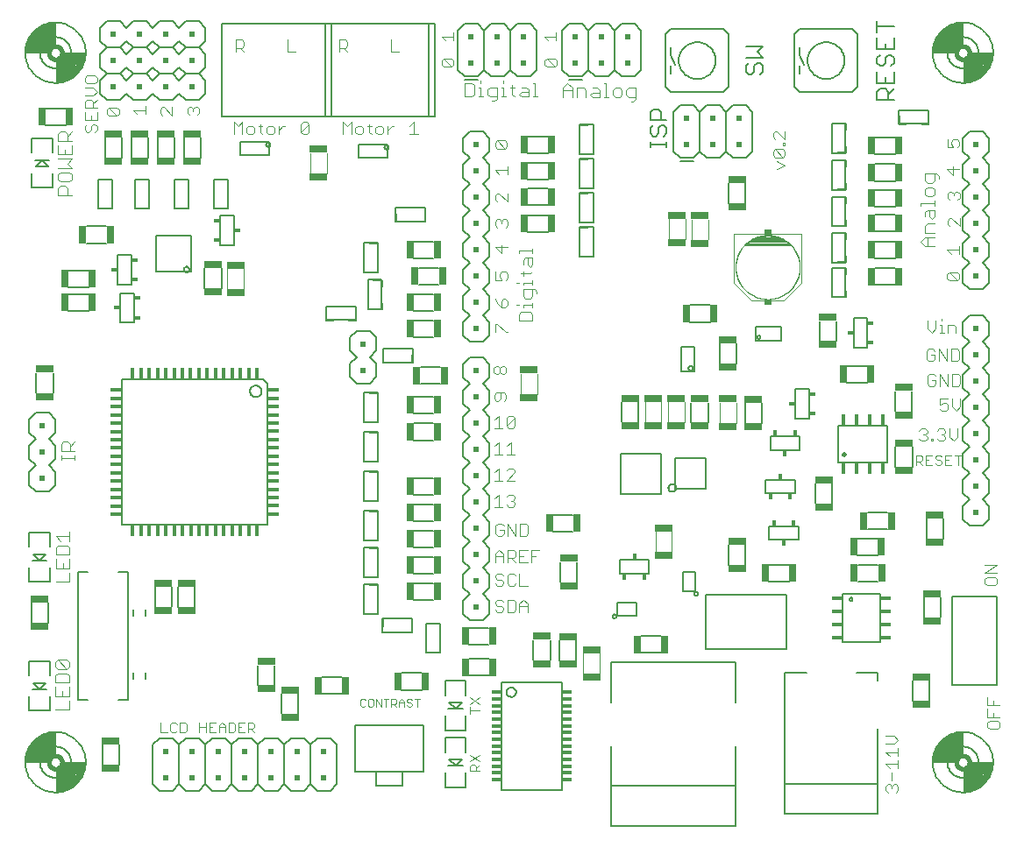
<source format=gto>
G75*
%MOIN*%
%OFA0B0*%
%FSLAX24Y24*%
%IPPOS*%
%LPD*%
%AMOC8*
5,1,8,0,0,1.08239X$1,22.5*
%
%ADD10C,0.0040*%
%ADD11C,0.0060*%
%ADD12C,0.0050*%
%ADD13C,0.0030*%
%ADD14C,0.0080*%
%ADD15R,0.0200X0.0200*%
%ADD16R,0.0230X0.0180*%
%ADD17C,0.0090*%
%ADD18C,0.0180*%
%ADD19R,0.0290X0.0690*%
%ADD20R,0.0140X0.0400*%
%ADD21R,0.0276X0.0236*%
%ADD22R,0.0400X0.0140*%
%ADD23R,0.0690X0.0290*%
%ADD24R,0.0180X0.0430*%
%ADD25R,0.0430X0.0180*%
%ADD26R,0.0180X0.0230*%
%ADD27R,0.0368X0.0128*%
%ADD28R,0.0669X0.0295*%
D10*
X001806Y004561D02*
X002327Y004561D01*
X002327Y004908D01*
X002327Y005077D02*
X002327Y005424D01*
X002327Y005593D02*
X002327Y005853D01*
X002240Y005940D01*
X001893Y005940D01*
X001806Y005853D01*
X001806Y005593D01*
X002327Y005593D01*
X002066Y005250D02*
X002066Y005077D01*
X001806Y005077D02*
X002327Y005077D01*
X001806Y005077D02*
X001806Y005424D01*
X001893Y006108D02*
X001806Y006195D01*
X001806Y006368D01*
X001893Y006455D01*
X002240Y006108D01*
X002327Y006195D01*
X002327Y006368D01*
X002240Y006455D01*
X001893Y006455D01*
X001893Y006108D02*
X002240Y006108D01*
X002357Y009431D02*
X001836Y009431D01*
X001836Y009947D02*
X002357Y009947D01*
X002357Y010294D01*
X002357Y010463D02*
X002357Y010723D01*
X002270Y010810D01*
X001923Y010810D01*
X001836Y010723D01*
X001836Y010463D01*
X002357Y010463D01*
X002096Y010120D02*
X002096Y009947D01*
X001836Y009947D02*
X001836Y010294D01*
X002010Y010978D02*
X001836Y011152D01*
X002357Y011152D01*
X002357Y011325D02*
X002357Y010978D01*
X002357Y009778D02*
X002357Y009431D01*
X002547Y014061D02*
X002547Y014235D01*
X002547Y014148D02*
X002026Y014148D01*
X002026Y014061D02*
X002026Y014235D01*
X002026Y014405D02*
X002026Y014665D01*
X002113Y014752D01*
X002286Y014752D01*
X002373Y014665D01*
X002373Y014405D01*
X002373Y014579D02*
X002547Y014752D01*
X002547Y014405D02*
X002026Y014405D01*
X008357Y020571D02*
X008357Y021331D01*
X008977Y021331D02*
X008977Y020571D01*
X011507Y024981D02*
X011507Y025741D01*
X012127Y025741D02*
X012127Y024981D01*
X012757Y026461D02*
X012757Y026922D01*
X012910Y026768D01*
X013064Y026922D01*
X013064Y026461D01*
X013217Y026538D02*
X013294Y026461D01*
X013447Y026461D01*
X013524Y026538D01*
X013524Y026691D01*
X013447Y026768D01*
X013294Y026768D01*
X013217Y026691D01*
X013217Y026538D01*
X013677Y026768D02*
X013831Y026768D01*
X013754Y026845D02*
X013754Y026538D01*
X013831Y026461D01*
X013984Y026538D02*
X014061Y026461D01*
X014215Y026461D01*
X014291Y026538D01*
X014291Y026691D01*
X014215Y026768D01*
X014061Y026768D01*
X013984Y026691D01*
X013984Y026538D01*
X014445Y026615D02*
X014598Y026768D01*
X014675Y026768D01*
X014445Y026768D02*
X014445Y026461D01*
X015289Y026461D02*
X015596Y026461D01*
X015442Y026461D02*
X015442Y026922D01*
X015289Y026768D01*
X017387Y027891D02*
X017387Y028412D01*
X017647Y028412D01*
X017734Y028325D01*
X017734Y027978D01*
X017647Y027891D01*
X017387Y027891D01*
X017902Y027891D02*
X018076Y027891D01*
X017989Y027891D02*
X017989Y028238D01*
X017902Y028238D01*
X017989Y028412D02*
X017989Y028498D01*
X018333Y028238D02*
X018246Y028151D01*
X018246Y027978D01*
X018333Y027891D01*
X018593Y027891D01*
X018593Y027805D02*
X018593Y028238D01*
X018333Y028238D01*
X018762Y028238D02*
X018848Y028238D01*
X018848Y027891D01*
X018762Y027891D02*
X018935Y027891D01*
X019192Y027978D02*
X019279Y027891D01*
X019192Y027978D02*
X019192Y028325D01*
X019105Y028238D02*
X019279Y028238D01*
X019536Y028238D02*
X019709Y028238D01*
X019796Y028151D01*
X019796Y027891D01*
X019536Y027891D01*
X019449Y027978D01*
X019536Y028065D01*
X019796Y028065D01*
X019965Y027891D02*
X020138Y027891D01*
X020052Y027891D02*
X020052Y028412D01*
X019965Y028412D01*
X020493Y029031D02*
X020416Y029108D01*
X020416Y029261D01*
X020493Y029338D01*
X020800Y029031D01*
X020877Y029108D01*
X020877Y029261D01*
X020800Y029338D01*
X020493Y029338D01*
X020493Y029031D02*
X020800Y029031D01*
X021290Y028392D02*
X021464Y028218D01*
X021464Y027871D01*
X021632Y027871D02*
X021632Y028218D01*
X021893Y028218D01*
X021979Y028131D01*
X021979Y027871D01*
X022148Y027958D02*
X022235Y028045D01*
X022495Y028045D01*
X022495Y028131D02*
X022495Y027871D01*
X022235Y027871D01*
X022148Y027958D01*
X022235Y028218D02*
X022408Y028218D01*
X022495Y028131D01*
X022664Y027871D02*
X022837Y027871D01*
X022750Y027871D02*
X022750Y028392D01*
X022664Y028392D01*
X023007Y028131D02*
X023007Y027958D01*
X023094Y027871D01*
X023268Y027871D01*
X023354Y027958D01*
X023354Y028131D01*
X023268Y028218D01*
X023094Y028218D01*
X023007Y028131D01*
X023523Y028131D02*
X023523Y027958D01*
X023610Y027871D01*
X023870Y027871D01*
X023870Y027785D02*
X023870Y028218D01*
X023610Y028218D01*
X023523Y028131D01*
X023696Y027698D02*
X023783Y027698D01*
X023870Y027785D01*
X021464Y028131D02*
X021117Y028131D01*
X021117Y028218D02*
X021290Y028392D01*
X021117Y028218D02*
X021117Y027871D01*
X018848Y028412D02*
X018848Y028498D01*
X018593Y027805D02*
X018506Y027718D01*
X018420Y027718D01*
X016957Y029108D02*
X016880Y029031D01*
X016573Y029338D01*
X016880Y029338D01*
X016957Y029261D01*
X016957Y029108D01*
X016880Y029031D02*
X016573Y029031D01*
X016496Y029108D01*
X016496Y029261D01*
X016573Y029338D01*
X016650Y030021D02*
X016496Y030175D01*
X016957Y030175D01*
X016957Y030328D02*
X016957Y030021D01*
X014892Y029592D02*
X014585Y029592D01*
X014585Y030053D01*
X012923Y029976D02*
X012923Y029823D01*
X012846Y029746D01*
X012616Y029746D01*
X012616Y029592D02*
X012616Y030053D01*
X012846Y030053D01*
X012923Y029976D01*
X012770Y029746D02*
X012923Y029592D01*
X010952Y029592D02*
X010645Y029592D01*
X010645Y030053D01*
X008983Y029976D02*
X008983Y029823D01*
X008906Y029746D01*
X008676Y029746D01*
X008676Y029592D02*
X008676Y030053D01*
X008906Y030053D01*
X008983Y029976D01*
X008830Y029746D02*
X008983Y029592D01*
X007210Y027498D02*
X007287Y027421D01*
X007287Y027268D01*
X007210Y027191D01*
X007056Y027344D02*
X007056Y027421D01*
X007133Y027498D01*
X007210Y027498D01*
X007056Y027421D02*
X006980Y027498D01*
X006903Y027498D01*
X006826Y027421D01*
X006826Y027268D01*
X006903Y027191D01*
X006257Y027181D02*
X005950Y027488D01*
X005873Y027488D01*
X005796Y027411D01*
X005796Y027258D01*
X005873Y027181D01*
X006257Y027181D02*
X006257Y027488D01*
X005227Y027528D02*
X005227Y027221D01*
X005227Y027374D02*
X004766Y027374D01*
X004920Y027221D01*
X004227Y027248D02*
X004227Y027401D01*
X004150Y027478D01*
X003843Y027478D01*
X004150Y027171D01*
X004227Y027248D01*
X004150Y027171D02*
X003843Y027171D01*
X003766Y027248D01*
X003766Y027401D01*
X003843Y027478D01*
X003397Y027462D02*
X002936Y027462D01*
X002936Y027692D01*
X003013Y027769D01*
X003166Y027769D01*
X003243Y027692D01*
X003243Y027462D01*
X003243Y027616D02*
X003397Y027769D01*
X003243Y027922D02*
X003397Y028076D01*
X003243Y028229D01*
X002936Y028229D01*
X003013Y028383D02*
X003320Y028383D01*
X003397Y028460D01*
X003397Y028613D01*
X003320Y028690D01*
X003013Y028690D01*
X002936Y028613D01*
X002936Y028460D01*
X003013Y028383D01*
X002936Y027922D02*
X003243Y027922D01*
X003397Y027309D02*
X003397Y027002D01*
X002936Y027002D01*
X002936Y027309D01*
X003166Y027155D02*
X003166Y027002D01*
X003243Y026848D02*
X003320Y026848D01*
X003397Y026771D01*
X003397Y026618D01*
X003320Y026541D01*
X003166Y026618D02*
X003166Y026771D01*
X003243Y026848D01*
X003013Y026848D02*
X002936Y026771D01*
X002936Y026618D01*
X003013Y026541D01*
X003090Y026541D01*
X003166Y026618D01*
X002437Y026551D02*
X002263Y026377D01*
X002263Y026464D02*
X002263Y026204D01*
X002437Y026204D02*
X001916Y026204D01*
X001916Y026464D01*
X002003Y026551D01*
X002176Y026551D01*
X002263Y026464D01*
X002437Y026035D02*
X002437Y025688D01*
X001916Y025688D01*
X001916Y026035D01*
X002176Y025862D02*
X002176Y025688D01*
X001916Y025520D02*
X002437Y025520D01*
X002263Y025346D01*
X002437Y025173D01*
X001916Y025173D01*
X002003Y025004D02*
X001916Y024917D01*
X001916Y024744D01*
X002003Y024657D01*
X002350Y024657D01*
X002437Y024744D01*
X002437Y024917D01*
X002350Y025004D01*
X002003Y025004D01*
X002003Y024488D02*
X002176Y024488D01*
X002263Y024401D01*
X002263Y024141D01*
X002437Y024141D02*
X001916Y024141D01*
X001916Y024401D01*
X002003Y024488D01*
X008617Y026461D02*
X008617Y026922D01*
X008770Y026768D01*
X008924Y026922D01*
X008924Y026461D01*
X009077Y026538D02*
X009154Y026461D01*
X009307Y026461D01*
X009384Y026538D01*
X009384Y026691D01*
X009307Y026768D01*
X009154Y026768D01*
X009077Y026691D01*
X009077Y026538D01*
X009537Y026768D02*
X009691Y026768D01*
X009614Y026845D02*
X009614Y026538D01*
X009691Y026461D01*
X009844Y026538D02*
X009921Y026461D01*
X010075Y026461D01*
X010151Y026538D01*
X010151Y026691D01*
X010075Y026768D01*
X009921Y026768D01*
X009844Y026691D01*
X009844Y026538D01*
X010305Y026615D02*
X010458Y026768D01*
X010535Y026768D01*
X010305Y026768D02*
X010305Y026461D01*
X011149Y026538D02*
X011456Y026845D01*
X011456Y026538D01*
X011379Y026461D01*
X011226Y026461D01*
X011149Y026538D01*
X011149Y026845D01*
X011226Y026922D01*
X011379Y026922D01*
X011456Y026845D01*
X018526Y026141D02*
X018526Y025988D01*
X018603Y025911D01*
X018910Y025911D01*
X018603Y026218D01*
X018910Y026218D01*
X018987Y026141D01*
X018987Y025988D01*
X018910Y025911D01*
X018603Y026218D02*
X018526Y026141D01*
X018997Y025238D02*
X018997Y024931D01*
X018997Y025085D02*
X018536Y025085D01*
X018690Y024931D01*
X018690Y024208D02*
X018613Y024208D01*
X018536Y024131D01*
X018536Y023978D01*
X018613Y023901D01*
X018690Y024208D02*
X018997Y023901D01*
X018997Y024208D01*
X018930Y023218D02*
X019007Y023141D01*
X019007Y022988D01*
X018930Y022911D01*
X018776Y023065D02*
X018776Y023141D01*
X018853Y023218D01*
X018930Y023218D01*
X018776Y023141D02*
X018700Y023218D01*
X018623Y023218D01*
X018546Y023141D01*
X018546Y022988D01*
X018623Y022911D01*
X018786Y022228D02*
X018786Y021921D01*
X018556Y022151D01*
X019017Y022151D01*
X019426Y022016D02*
X019947Y022016D01*
X019947Y021929D02*
X019947Y022103D01*
X019947Y021761D02*
X019686Y021761D01*
X019600Y021674D01*
X019600Y021501D01*
X019773Y021501D02*
X019773Y021761D01*
X019947Y021761D02*
X019947Y021501D01*
X019860Y021414D01*
X019773Y021501D01*
X019600Y021244D02*
X019600Y021070D01*
X019513Y021157D02*
X019860Y021157D01*
X019947Y021244D01*
X019947Y020900D02*
X019947Y020726D01*
X019947Y020813D02*
X019600Y020813D01*
X019600Y020726D01*
X019600Y020558D02*
X019600Y020297D01*
X019686Y020211D01*
X019860Y020211D01*
X019947Y020297D01*
X019947Y020558D01*
X020033Y020558D02*
X019600Y020558D01*
X019426Y020813D02*
X019339Y020813D01*
X019017Y020988D02*
X018940Y020911D01*
X019017Y020988D02*
X019017Y021141D01*
X018940Y021218D01*
X018786Y021218D01*
X018710Y021141D01*
X018710Y021065D01*
X018786Y020911D01*
X018556Y020911D01*
X018556Y021218D01*
X018536Y020188D02*
X018613Y020035D01*
X018766Y019881D01*
X018766Y020111D01*
X018843Y020188D01*
X018920Y020188D01*
X018997Y020111D01*
X018997Y019958D01*
X018920Y019881D01*
X018766Y019881D01*
X019339Y019954D02*
X019426Y019954D01*
X019600Y019954D02*
X019947Y019954D01*
X019947Y020040D02*
X019947Y019867D01*
X019860Y019698D02*
X019513Y019698D01*
X019426Y019611D01*
X019426Y019351D01*
X019947Y019351D01*
X019947Y019611D01*
X019860Y019698D01*
X019600Y019867D02*
X019600Y019954D01*
X020120Y020384D02*
X020120Y020471D01*
X020033Y020558D01*
X018623Y019228D02*
X018930Y018921D01*
X019007Y018921D01*
X018546Y018921D02*
X018546Y019228D01*
X018623Y019228D01*
X018640Y017628D02*
X018716Y017551D01*
X018716Y017398D01*
X018640Y017321D01*
X018563Y017321D01*
X018486Y017398D01*
X018486Y017551D01*
X018563Y017628D01*
X018640Y017628D01*
X018716Y017551D02*
X018793Y017628D01*
X018870Y017628D01*
X018947Y017551D01*
X018947Y017398D01*
X018870Y017321D01*
X018793Y017321D01*
X018716Y017398D01*
X018726Y016618D02*
X018726Y016388D01*
X018650Y016311D01*
X018573Y016311D01*
X018496Y016388D01*
X018496Y016541D01*
X018573Y016618D01*
X018880Y016618D01*
X018957Y016541D01*
X018957Y016388D01*
X018880Y016311D01*
X019053Y015742D02*
X019206Y015742D01*
X019283Y015665D01*
X018976Y015358D01*
X019053Y015281D01*
X019206Y015281D01*
X019283Y015358D01*
X019283Y015665D01*
X019053Y015742D02*
X018976Y015665D01*
X018976Y015358D01*
X018823Y015281D02*
X018516Y015281D01*
X018669Y015281D02*
X018669Y015742D01*
X018516Y015588D01*
X018669Y014742D02*
X018669Y014281D01*
X018516Y014281D02*
X018823Y014281D01*
X018976Y014281D02*
X019283Y014281D01*
X019130Y014281D02*
X019130Y014742D01*
X018976Y014588D01*
X018669Y014742D02*
X018516Y014588D01*
X018669Y013742D02*
X018669Y013281D01*
X018516Y013281D02*
X018823Y013281D01*
X018976Y013281D02*
X019283Y013588D01*
X019283Y013665D01*
X019206Y013742D01*
X019053Y013742D01*
X018976Y013665D01*
X018669Y013742D02*
X018516Y013588D01*
X018976Y013281D02*
X019283Y013281D01*
X019206Y012742D02*
X019053Y012742D01*
X018976Y012665D01*
X019130Y012511D02*
X019206Y012511D01*
X019283Y012435D01*
X019283Y012358D01*
X019206Y012281D01*
X019053Y012281D01*
X018976Y012358D01*
X018823Y012281D02*
X018516Y012281D01*
X018669Y012281D02*
X018669Y012742D01*
X018516Y012588D01*
X019206Y012511D02*
X019283Y012588D01*
X019283Y012665D01*
X019206Y012742D01*
X019323Y011642D02*
X019323Y011181D01*
X019016Y011642D01*
X019016Y011181D01*
X018862Y011258D02*
X018862Y011411D01*
X018709Y011411D01*
X018862Y011258D02*
X018786Y011181D01*
X018632Y011181D01*
X018555Y011258D01*
X018555Y011565D01*
X018632Y011642D01*
X018786Y011642D01*
X018862Y011565D01*
X019476Y011642D02*
X019476Y011181D01*
X019706Y011181D01*
X019783Y011258D01*
X019783Y011565D01*
X019706Y011642D01*
X019476Y011642D01*
X019457Y010642D02*
X019457Y010181D01*
X019764Y010181D01*
X019918Y010181D02*
X019918Y010642D01*
X020225Y010642D01*
X020071Y010411D02*
X019918Y010411D01*
X019764Y010642D02*
X019457Y010642D01*
X019304Y010565D02*
X019304Y010411D01*
X019227Y010335D01*
X018997Y010335D01*
X019151Y010335D02*
X019304Y010181D01*
X019457Y010411D02*
X019611Y010411D01*
X019304Y010565D02*
X019227Y010642D01*
X018997Y010642D01*
X018997Y010181D01*
X018844Y010181D02*
X018844Y010488D01*
X018690Y010642D01*
X018537Y010488D01*
X018537Y010181D01*
X018537Y010411D02*
X018844Y010411D01*
X018767Y009742D02*
X018613Y009742D01*
X018537Y009665D01*
X018537Y009588D01*
X018613Y009511D01*
X018767Y009511D01*
X018844Y009435D01*
X018844Y009358D01*
X018767Y009281D01*
X018613Y009281D01*
X018537Y009358D01*
X018844Y009665D02*
X018767Y009742D01*
X018997Y009665D02*
X018997Y009358D01*
X019074Y009281D01*
X019227Y009281D01*
X019304Y009358D01*
X019457Y009281D02*
X019457Y009742D01*
X019304Y009665D02*
X019227Y009742D01*
X019074Y009742D01*
X018997Y009665D01*
X019457Y009281D02*
X019764Y009281D01*
X019611Y008742D02*
X019764Y008588D01*
X019764Y008281D01*
X019764Y008511D02*
X019457Y008511D01*
X019457Y008588D02*
X019457Y008281D01*
X019304Y008358D02*
X019304Y008665D01*
X019227Y008742D01*
X018997Y008742D01*
X018997Y008281D01*
X019227Y008281D01*
X019304Y008358D01*
X019457Y008588D02*
X019611Y008742D01*
X018844Y008665D02*
X018767Y008742D01*
X018613Y008742D01*
X018537Y008665D01*
X018537Y008588D01*
X018613Y008511D01*
X018767Y008511D01*
X018844Y008435D01*
X018844Y008358D01*
X018767Y008281D01*
X018613Y008281D01*
X018537Y008358D01*
X021887Y006691D02*
X021887Y005931D01*
X022507Y005931D02*
X022507Y006691D01*
X024637Y010571D02*
X024637Y011331D01*
X025257Y011331D02*
X025257Y010571D01*
X025107Y015491D02*
X025107Y016251D01*
X024857Y016261D02*
X024857Y015501D01*
X024237Y015501D02*
X024237Y016261D01*
X025727Y016251D02*
X025727Y015491D01*
X027077Y015481D02*
X027077Y016241D01*
X027697Y016241D02*
X027697Y015481D01*
X028286Y020122D02*
X027617Y020791D01*
X027617Y022681D01*
X028523Y022681D01*
X028532Y022544D02*
X029243Y022544D01*
X029251Y022543D02*
X028897Y022602D01*
X028523Y022543D01*
X028247Y022405D01*
X028050Y022248D01*
X029723Y022248D01*
X029743Y022248D01*
X029527Y022425D01*
X029251Y022543D01*
X029338Y022506D02*
X028448Y022506D01*
X028371Y022467D02*
X029427Y022467D01*
X029517Y022429D02*
X028294Y022429D01*
X028229Y022390D02*
X029569Y022390D01*
X029616Y022352D02*
X028180Y022352D01*
X028132Y022313D02*
X029663Y022313D01*
X029710Y022275D02*
X028084Y022275D01*
X028031Y022228D02*
X029782Y022228D01*
X030176Y022681D02*
X030176Y020791D01*
X029507Y020122D01*
X029271Y020122D01*
X029507Y020122D02*
X028286Y020122D01*
X028523Y020122D01*
X028286Y020122D02*
X027617Y020791D01*
X027617Y022681D01*
X030176Y022681D01*
X029271Y022681D01*
X029012Y022583D02*
X028775Y022583D01*
X027677Y021401D02*
X027679Y021471D01*
X027685Y021540D01*
X027695Y021609D01*
X027709Y021677D01*
X027726Y021745D01*
X027748Y021811D01*
X027773Y021876D01*
X027802Y021939D01*
X027835Y022001D01*
X027871Y022061D01*
X027910Y022118D01*
X027953Y022173D01*
X027998Y022226D01*
X028047Y022276D01*
X028098Y022323D01*
X028152Y022367D01*
X028208Y022408D01*
X028267Y022446D01*
X028328Y022480D01*
X028390Y022511D01*
X028454Y022538D01*
X028520Y022561D01*
X028587Y022581D01*
X028655Y022597D01*
X028723Y022609D01*
X028793Y022617D01*
X028862Y022621D01*
X028932Y022621D01*
X029001Y022617D01*
X029071Y022609D01*
X029139Y022597D01*
X029207Y022581D01*
X029274Y022561D01*
X029340Y022538D01*
X029404Y022511D01*
X029466Y022480D01*
X029527Y022446D01*
X029586Y022408D01*
X029642Y022367D01*
X029696Y022323D01*
X029747Y022276D01*
X029796Y022226D01*
X029841Y022173D01*
X029884Y022118D01*
X029923Y022061D01*
X029959Y022001D01*
X029992Y021939D01*
X030021Y021876D01*
X030046Y021811D01*
X030068Y021745D01*
X030085Y021677D01*
X030099Y021609D01*
X030109Y021540D01*
X030115Y021471D01*
X030117Y021401D01*
X030115Y021331D01*
X030109Y021262D01*
X030099Y021193D01*
X030085Y021125D01*
X030068Y021057D01*
X030046Y020991D01*
X030021Y020926D01*
X029992Y020863D01*
X029959Y020801D01*
X029923Y020741D01*
X029884Y020684D01*
X029841Y020629D01*
X029796Y020576D01*
X029747Y020526D01*
X029696Y020479D01*
X029642Y020435D01*
X029586Y020394D01*
X029527Y020356D01*
X029466Y020322D01*
X029404Y020291D01*
X029340Y020264D01*
X029274Y020241D01*
X029207Y020221D01*
X029139Y020205D01*
X029071Y020193D01*
X029001Y020185D01*
X028932Y020181D01*
X028862Y020181D01*
X028793Y020185D01*
X028723Y020193D01*
X028655Y020205D01*
X028587Y020221D01*
X028520Y020241D01*
X028454Y020264D01*
X028390Y020291D01*
X028328Y020322D01*
X028267Y020356D01*
X028208Y020394D01*
X028152Y020435D01*
X028098Y020479D01*
X028047Y020526D01*
X027998Y020576D01*
X027953Y020629D01*
X027910Y020684D01*
X027871Y020741D01*
X027835Y020801D01*
X027802Y020863D01*
X027773Y020926D01*
X027748Y020991D01*
X027726Y021057D01*
X027709Y021125D01*
X027695Y021193D01*
X027685Y021262D01*
X027679Y021331D01*
X027677Y021401D01*
X029271Y020240D02*
X029335Y020262D01*
X029398Y020289D01*
X029460Y020319D01*
X029519Y020352D01*
X029577Y020388D01*
X029633Y020428D01*
X029686Y020471D01*
X029737Y020516D01*
X029785Y020564D01*
X029830Y020615D01*
X029873Y020669D01*
X029912Y020725D01*
X029949Y020782D01*
X029982Y020842D01*
X030011Y020904D01*
X030037Y020967D01*
X030060Y021031D01*
X030079Y021097D01*
X030094Y021164D01*
X030105Y021231D01*
X030113Y021299D01*
X030117Y021367D01*
X030117Y021435D01*
X030113Y021503D01*
X030105Y021571D01*
X030094Y021638D01*
X030079Y021705D01*
X030060Y021771D01*
X030037Y021835D01*
X030011Y021898D01*
X029982Y021960D01*
X029949Y022020D01*
X029912Y022077D01*
X029873Y022133D01*
X029830Y022187D01*
X029785Y022238D01*
X029737Y022286D01*
X029686Y022331D01*
X029633Y022374D01*
X029577Y022414D01*
X029519Y022450D01*
X029460Y022483D01*
X029398Y022513D01*
X029335Y022540D01*
X029271Y022562D01*
X030176Y022681D02*
X030176Y020791D01*
X029507Y020122D01*
X028523Y020240D02*
X028459Y020262D01*
X028396Y020289D01*
X028334Y020319D01*
X028275Y020352D01*
X028217Y020388D01*
X028161Y020428D01*
X028108Y020471D01*
X028057Y020516D01*
X028009Y020564D01*
X027964Y020615D01*
X027921Y020669D01*
X027882Y020725D01*
X027845Y020782D01*
X027812Y020842D01*
X027783Y020904D01*
X027757Y020967D01*
X027734Y021031D01*
X027715Y021097D01*
X027700Y021164D01*
X027689Y021231D01*
X027681Y021299D01*
X027677Y021367D01*
X027677Y021435D01*
X027681Y021503D01*
X027689Y021571D01*
X027700Y021638D01*
X027715Y021705D01*
X027734Y021771D01*
X027757Y021835D01*
X027783Y021898D01*
X027812Y021960D01*
X027845Y022020D01*
X027882Y022077D01*
X027921Y022133D01*
X027964Y022187D01*
X028009Y022238D01*
X028057Y022286D01*
X028108Y022331D01*
X028161Y022374D01*
X028217Y022414D01*
X028275Y022450D01*
X028334Y022483D01*
X028396Y022513D01*
X028459Y022540D01*
X028523Y022562D01*
X026627Y022451D02*
X026627Y023211D01*
X026007Y023211D02*
X026007Y022451D01*
X025767Y022461D02*
X025767Y023221D01*
X025147Y023221D02*
X025147Y022461D01*
X029250Y025121D02*
X029557Y025275D01*
X029250Y025428D01*
X029173Y025582D02*
X029096Y025658D01*
X029096Y025812D01*
X029173Y025889D01*
X029480Y025582D01*
X029557Y025658D01*
X029557Y025812D01*
X029480Y025889D01*
X029173Y025889D01*
X029173Y025582D02*
X029480Y025582D01*
X029480Y026042D02*
X029480Y026119D01*
X029557Y026119D01*
X029557Y026042D01*
X029480Y026042D01*
X029557Y026272D02*
X029250Y026579D01*
X029173Y026579D01*
X029096Y026502D01*
X029096Y026349D01*
X029173Y026272D01*
X029557Y026272D02*
X029557Y026579D01*
X034880Y024953D02*
X034880Y024692D01*
X034966Y024606D01*
X035140Y024606D01*
X035227Y024692D01*
X035227Y024953D01*
X035313Y024953D02*
X034880Y024953D01*
X035313Y024953D02*
X035400Y024866D01*
X035400Y024779D01*
X035706Y025141D02*
X035936Y024911D01*
X035936Y025218D01*
X035706Y025141D02*
X036167Y025141D01*
X036110Y025951D02*
X036187Y026028D01*
X036187Y026181D01*
X036110Y026258D01*
X035956Y026258D01*
X035880Y026181D01*
X035880Y026105D01*
X035956Y025951D01*
X035726Y025951D01*
X035726Y026258D01*
X035140Y024437D02*
X034966Y024437D01*
X034880Y024350D01*
X034880Y024177D01*
X034966Y024090D01*
X035140Y024090D01*
X035227Y024177D01*
X035227Y024350D01*
X035140Y024437D01*
X035227Y023920D02*
X035227Y023746D01*
X035227Y023833D02*
X034706Y023833D01*
X034706Y023746D01*
X034880Y023491D02*
X034966Y023578D01*
X035227Y023578D01*
X035227Y023317D01*
X035140Y023231D01*
X035053Y023317D01*
X035053Y023578D01*
X034880Y023491D02*
X034880Y023317D01*
X034966Y023062D02*
X035227Y023062D01*
X034966Y023062D02*
X034880Y022975D01*
X034880Y022715D01*
X035227Y022715D01*
X035227Y022546D02*
X034880Y022546D01*
X034706Y022373D01*
X034880Y022199D01*
X035227Y022199D01*
X034966Y022199D02*
X034966Y022546D01*
X035706Y022055D02*
X036167Y022055D01*
X036167Y022208D02*
X036167Y021901D01*
X035860Y021901D02*
X035706Y022055D01*
X035793Y021208D02*
X036100Y020901D01*
X036177Y020978D01*
X036177Y021131D01*
X036100Y021208D01*
X035793Y021208D01*
X035716Y021131D01*
X035716Y020978D01*
X035793Y020901D01*
X036100Y020901D01*
X035516Y019438D02*
X035516Y019362D01*
X035516Y019208D02*
X035516Y018901D01*
X035439Y018901D02*
X035593Y018901D01*
X035746Y018901D02*
X035746Y019208D01*
X035976Y019208D01*
X036053Y019131D01*
X036053Y018901D01*
X035516Y019208D02*
X035439Y019208D01*
X035286Y019055D02*
X035286Y019362D01*
X034979Y019362D02*
X034979Y019055D01*
X035132Y018901D01*
X035286Y019055D01*
X035177Y018292D02*
X035023Y018292D01*
X034947Y018215D01*
X034947Y017908D01*
X035023Y017831D01*
X035177Y017831D01*
X035254Y017908D01*
X035254Y018061D01*
X035100Y018061D01*
X035254Y018215D02*
X035177Y018292D01*
X035407Y018292D02*
X035714Y017831D01*
X035714Y018292D01*
X035867Y018292D02*
X035867Y017831D01*
X036098Y017831D01*
X036174Y017908D01*
X036174Y018215D01*
X036098Y018292D01*
X035867Y018292D01*
X035407Y018292D02*
X035407Y017831D01*
X035437Y017342D02*
X035744Y016881D01*
X035744Y017342D01*
X035897Y017342D02*
X035897Y016881D01*
X036128Y016881D01*
X036204Y016958D01*
X036204Y017265D01*
X036128Y017342D01*
X035897Y017342D01*
X035437Y017342D02*
X035437Y016881D01*
X035284Y016958D02*
X035284Y017111D01*
X035130Y017111D01*
X034977Y016958D02*
X034977Y017265D01*
X035053Y017342D01*
X035207Y017342D01*
X035284Y017265D01*
X035284Y016958D02*
X035207Y016881D01*
X035053Y016881D01*
X034977Y016958D01*
X035447Y016392D02*
X035447Y016161D01*
X035600Y016238D01*
X035677Y016238D01*
X035754Y016161D01*
X035754Y016008D01*
X035677Y015931D01*
X035523Y015931D01*
X035447Y016008D01*
X035447Y016392D02*
X035754Y016392D01*
X035907Y016392D02*
X035907Y016085D01*
X036061Y015931D01*
X036214Y016085D01*
X036214Y016392D01*
X036113Y015252D02*
X036113Y014945D01*
X035960Y014791D01*
X035806Y014945D01*
X035806Y015252D01*
X035653Y015175D02*
X035576Y015252D01*
X035423Y015252D01*
X035346Y015175D01*
X035499Y015021D02*
X035576Y015021D01*
X035653Y014945D01*
X035653Y014868D01*
X035576Y014791D01*
X035423Y014791D01*
X035346Y014868D01*
X035192Y014868D02*
X035192Y014791D01*
X035116Y014791D01*
X035116Y014868D01*
X035192Y014868D01*
X034962Y014868D02*
X034962Y014945D01*
X034885Y015021D01*
X034809Y015021D01*
X034885Y015021D02*
X034962Y015098D01*
X034962Y015175D01*
X034885Y015252D01*
X034732Y015252D01*
X034655Y015175D01*
X034655Y014868D02*
X034732Y014791D01*
X034885Y014791D01*
X034962Y014868D01*
X035576Y015021D02*
X035653Y015098D01*
X035653Y015175D01*
X037156Y010059D02*
X037617Y010059D01*
X037156Y009752D01*
X037617Y009752D01*
X037540Y009598D02*
X037233Y009598D01*
X037156Y009521D01*
X037156Y009368D01*
X037233Y009291D01*
X037540Y009291D01*
X037617Y009368D01*
X037617Y009521D01*
X037540Y009598D01*
X037256Y005048D02*
X037256Y004741D01*
X037717Y004741D01*
X037486Y004741D02*
X037486Y004894D01*
X037256Y004587D02*
X037256Y004280D01*
X037717Y004280D01*
X037640Y004127D02*
X037333Y004127D01*
X037256Y004050D01*
X037256Y003897D01*
X037333Y003820D01*
X037640Y003820D01*
X037717Y003897D01*
X037717Y004050D01*
X037640Y004127D01*
X037486Y004280D02*
X037486Y004434D01*
X033847Y003406D02*
X033693Y003560D01*
X033386Y003560D01*
X033386Y003253D02*
X033693Y003253D01*
X033847Y003406D01*
X033847Y003099D02*
X033847Y002792D01*
X033847Y002639D02*
X033847Y002332D01*
X033847Y002486D02*
X033386Y002486D01*
X033540Y002332D01*
X033616Y002179D02*
X033616Y001872D01*
X033540Y001718D02*
X033616Y001641D01*
X033693Y001718D01*
X033770Y001718D01*
X033847Y001641D01*
X033847Y001488D01*
X033770Y001411D01*
X033616Y001565D02*
X033616Y001641D01*
X033540Y001718D02*
X033463Y001718D01*
X033386Y001641D01*
X033386Y001488D01*
X033463Y001411D01*
X033540Y002792D02*
X033386Y002946D01*
X033847Y002946D01*
X020127Y016581D02*
X020127Y017341D01*
X019507Y017341D02*
X019507Y016581D01*
X019426Y021929D02*
X019426Y022016D01*
X020550Y030021D02*
X020396Y030175D01*
X020857Y030175D01*
X020857Y030328D02*
X020857Y030021D01*
X035736Y024201D02*
X035736Y024048D01*
X035813Y023971D01*
X035966Y024125D02*
X035966Y024201D01*
X036043Y024278D01*
X036120Y024278D01*
X036197Y024201D01*
X036197Y024048D01*
X036120Y023971D01*
X035966Y024201D02*
X035890Y024278D01*
X035813Y024278D01*
X035736Y024201D01*
X035813Y023258D02*
X035736Y023181D01*
X035736Y023028D01*
X035813Y022951D01*
X035813Y023258D02*
X035890Y023258D01*
X036197Y022951D01*
X036197Y023258D01*
D11*
X033742Y023401D02*
X032987Y023401D01*
X032987Y023701D02*
X033742Y023701D01*
X033742Y024341D02*
X032987Y024341D01*
X032987Y024681D02*
X033742Y024681D01*
X033742Y025321D02*
X032987Y025321D01*
X032987Y025701D02*
X033742Y025701D01*
X033742Y026341D02*
X032987Y026341D01*
X033887Y026861D02*
X035007Y026861D01*
X035007Y027381D01*
X033887Y027381D01*
X033887Y026861D01*
X033697Y027761D02*
X033056Y027761D01*
X033056Y028082D01*
X033163Y028188D01*
X033376Y028188D01*
X033483Y028082D01*
X033483Y027761D01*
X033483Y027975D02*
X033697Y028188D01*
X033697Y028406D02*
X033697Y028833D01*
X033590Y029050D02*
X033697Y029157D01*
X033697Y029371D01*
X033590Y029477D01*
X033483Y029477D01*
X033376Y029371D01*
X033376Y029157D01*
X033270Y029050D01*
X033163Y029050D01*
X033056Y029157D01*
X033056Y029371D01*
X033163Y029477D01*
X033056Y029695D02*
X033697Y029695D01*
X033697Y030122D01*
X033376Y029908D02*
X033376Y029695D01*
X033056Y029695D02*
X033056Y030122D01*
X033056Y030339D02*
X033056Y030766D01*
X033056Y030553D02*
X033697Y030553D01*
X033056Y028833D02*
X033056Y028406D01*
X033697Y028406D01*
X033376Y028406D02*
X033376Y028619D01*
X031857Y026861D02*
X031337Y026861D01*
X031337Y025741D01*
X031857Y025741D01*
X031857Y026861D01*
X031857Y025461D02*
X031337Y025461D01*
X031337Y024341D01*
X031857Y024341D01*
X031857Y025461D01*
X031847Y024071D02*
X031327Y024071D01*
X031327Y022951D01*
X031847Y022951D01*
X031847Y024071D01*
X031857Y022701D02*
X031337Y022701D01*
X031337Y021581D01*
X031857Y021581D01*
X031857Y022701D01*
X032987Y022761D02*
X033742Y022761D01*
X033732Y022381D02*
X032977Y022381D01*
X032977Y021741D02*
X033732Y021741D01*
X033742Y021361D02*
X032987Y021361D01*
X032987Y020721D02*
X033742Y020721D01*
X032687Y019461D02*
X032167Y019461D01*
X032167Y019241D01*
X032167Y019461D02*
X032487Y019461D01*
X032687Y019461D02*
X032687Y018341D01*
X032167Y018341D01*
X032167Y018561D01*
X032167Y018341D02*
X032487Y018341D01*
X032167Y018341D02*
X032167Y019461D01*
X031507Y019346D02*
X031507Y018591D01*
X030867Y018591D02*
X030867Y019346D01*
X031327Y020251D02*
X031327Y021371D01*
X031847Y021371D01*
X031847Y020251D01*
X031327Y020251D01*
X031917Y017641D02*
X032672Y017641D01*
X032672Y017001D02*
X031917Y017001D01*
X030467Y016761D02*
X030467Y015641D01*
X029947Y015641D01*
X029947Y015861D01*
X029947Y015641D02*
X030267Y015641D01*
X029947Y015641D02*
X029947Y016761D01*
X029947Y016541D01*
X029947Y016761D02*
X030267Y016761D01*
X030467Y016761D02*
X029947Y016761D01*
X028667Y016231D02*
X028667Y015476D01*
X028997Y014961D02*
X030117Y014961D01*
X030117Y014441D01*
X029897Y014441D01*
X030117Y014441D02*
X030117Y014761D01*
X030117Y014441D02*
X028997Y014441D01*
X029217Y014441D01*
X028997Y014441D02*
X028997Y014761D01*
X028997Y014961D02*
X028997Y014441D01*
X028027Y015476D02*
X028027Y016231D01*
X026627Y016246D02*
X026627Y015491D01*
X025987Y015491D02*
X025987Y016246D01*
X027067Y017736D02*
X027067Y018491D01*
X027707Y018491D02*
X027707Y017736D01*
X026697Y019311D02*
X025942Y019311D01*
X025942Y019951D02*
X026697Y019951D01*
X023987Y016271D02*
X023987Y015516D01*
X023347Y015516D02*
X023347Y016271D01*
X021492Y011971D02*
X020737Y011971D01*
X020737Y011331D02*
X021492Y011331D01*
X021647Y010176D02*
X021647Y009421D01*
X021007Y009421D02*
X021007Y010176D01*
X023267Y010251D02*
X023267Y009731D01*
X024387Y009731D01*
X024387Y010251D01*
X024167Y010251D01*
X024387Y010251D02*
X024387Y009931D01*
X024387Y010251D02*
X023267Y010251D01*
X023487Y010251D01*
X023267Y010251D02*
X023267Y009931D01*
X024082Y007361D02*
X024837Y007361D01*
X024837Y006721D02*
X024082Y006721D01*
X021617Y006441D02*
X021617Y007196D01*
X020977Y007196D02*
X020977Y006441D01*
X020627Y006456D02*
X020627Y007211D01*
X019987Y007211D02*
X019987Y006456D01*
X021068Y005609D02*
X018765Y005609D01*
X018765Y001514D01*
X021068Y001514D01*
X021068Y005609D01*
X018968Y005225D02*
X018970Y005251D01*
X018976Y005277D01*
X018985Y005302D01*
X018998Y005325D01*
X019014Y005346D01*
X019033Y005364D01*
X019055Y005380D01*
X019078Y005392D01*
X019103Y005400D01*
X019129Y005405D01*
X019156Y005406D01*
X019182Y005403D01*
X019207Y005396D01*
X019232Y005386D01*
X019254Y005372D01*
X019275Y005355D01*
X019292Y005336D01*
X019307Y005314D01*
X019318Y005290D01*
X019326Y005264D01*
X019330Y005238D01*
X019330Y005212D01*
X019326Y005186D01*
X019318Y005160D01*
X019307Y005136D01*
X019292Y005114D01*
X019275Y005095D01*
X019254Y005078D01*
X019232Y005064D01*
X019207Y005054D01*
X019182Y005047D01*
X019156Y005044D01*
X019129Y005045D01*
X019103Y005050D01*
X019078Y005058D01*
X019055Y005070D01*
X019033Y005086D01*
X019014Y005104D01*
X018998Y005125D01*
X018985Y005148D01*
X018976Y005173D01*
X018970Y005199D01*
X018968Y005225D01*
X018297Y005851D02*
X017542Y005851D01*
X017542Y006491D02*
X018297Y006491D01*
X018292Y007041D02*
X017537Y007041D01*
X017537Y007681D02*
X018292Y007681D01*
X016437Y007841D02*
X016437Y006721D01*
X015917Y006721D01*
X015917Y007841D01*
X016437Y007841D01*
X016192Y008741D02*
X015437Y008741D01*
X015437Y009381D02*
X016192Y009381D01*
X016192Y009741D02*
X015437Y009741D01*
X015437Y010381D02*
X016192Y010381D01*
X016192Y010741D02*
X015437Y010741D01*
X015437Y011381D02*
X016192Y011381D01*
X016192Y011741D02*
X015437Y011741D01*
X015437Y012381D02*
X016192Y012381D01*
X016192Y012741D02*
X015437Y012741D01*
X015437Y013381D02*
X016192Y013381D01*
X016192Y014811D02*
X015437Y014811D01*
X015437Y015451D02*
X016192Y015451D01*
X016192Y015841D02*
X015437Y015841D01*
X015437Y016481D02*
X016192Y016481D01*
X016452Y016951D02*
X015697Y016951D01*
X015697Y017591D02*
X016452Y017591D01*
X015397Y017781D02*
X014277Y017781D01*
X014277Y018301D01*
X015397Y018301D01*
X015397Y017781D01*
X015437Y018741D02*
X016192Y018741D01*
X016192Y019381D02*
X015437Y019381D01*
X015437Y019741D02*
X016192Y019741D01*
X016192Y020381D02*
X015437Y020381D01*
X015627Y020741D02*
X016382Y020741D01*
X016382Y021381D02*
X015627Y021381D01*
X015437Y021741D02*
X016192Y021741D01*
X016192Y022381D02*
X015437Y022381D01*
X015877Y023131D02*
X014757Y023131D01*
X014757Y023651D01*
X015877Y023651D01*
X015877Y023131D01*
X014077Y022321D02*
X014077Y021201D01*
X013557Y021201D01*
X013557Y022321D01*
X014077Y022321D01*
X014217Y020921D02*
X013697Y020921D01*
X013697Y019801D01*
X014217Y019801D01*
X014217Y020921D01*
X013237Y019911D02*
X013237Y019391D01*
X012117Y019391D01*
X012117Y019911D01*
X013237Y019911D01*
X009887Y016961D02*
X009717Y017131D01*
X004347Y017131D01*
X004347Y011591D01*
X009887Y011591D01*
X009887Y016961D01*
X009212Y016676D02*
X009214Y016705D01*
X009220Y016734D01*
X009229Y016762D01*
X009243Y016788D01*
X009259Y016812D01*
X009279Y016834D01*
X009302Y016853D01*
X009326Y016869D01*
X009353Y016881D01*
X009381Y016890D01*
X009410Y016895D01*
X009439Y016896D01*
X009469Y016893D01*
X009497Y016886D01*
X009525Y016876D01*
X009550Y016861D01*
X009574Y016844D01*
X009595Y016824D01*
X009613Y016801D01*
X009628Y016775D01*
X009640Y016748D01*
X009648Y016720D01*
X009652Y016691D01*
X009652Y016661D01*
X009648Y016632D01*
X009640Y016604D01*
X009628Y016577D01*
X009613Y016551D01*
X009595Y016528D01*
X009574Y016508D01*
X009550Y016491D01*
X009525Y016476D01*
X009497Y016466D01*
X009469Y016459D01*
X009439Y016456D01*
X009410Y016457D01*
X009381Y016462D01*
X009353Y016471D01*
X009326Y016483D01*
X009302Y016499D01*
X009279Y016518D01*
X009259Y016540D01*
X009243Y016564D01*
X009229Y016590D01*
X009220Y016618D01*
X009214Y016647D01*
X009212Y016676D01*
X013557Y016621D02*
X013557Y015501D01*
X014077Y015501D01*
X014077Y016621D01*
X013557Y016621D01*
X013557Y015121D02*
X014077Y015121D01*
X014077Y014001D01*
X013557Y014001D01*
X013557Y015121D01*
X013557Y013621D02*
X014077Y013621D01*
X014077Y012501D01*
X013557Y012501D01*
X013557Y013621D01*
X013557Y012121D02*
X014077Y012121D01*
X014077Y011001D01*
X013557Y011001D01*
X013557Y012121D01*
X013557Y010721D02*
X014077Y010721D01*
X014077Y009601D01*
X013557Y009601D01*
X013557Y010721D01*
X013557Y009321D02*
X014077Y009321D01*
X014077Y008201D01*
X013557Y008201D01*
X013557Y009321D01*
X014257Y008021D02*
X015377Y008021D01*
X015377Y007501D01*
X014257Y007501D01*
X014257Y008021D01*
X014987Y005951D02*
X015742Y005951D01*
X015742Y005311D02*
X014987Y005311D01*
X012707Y005161D02*
X011952Y005161D01*
X011952Y005801D02*
X012707Y005801D01*
X011047Y005171D02*
X011047Y004416D01*
X010407Y004416D02*
X010407Y005171D01*
X010157Y005491D02*
X010157Y006246D01*
X009517Y006246D02*
X009517Y005491D01*
X009767Y003481D02*
X009517Y003231D01*
X009517Y001731D01*
X009267Y001481D01*
X008767Y001481D01*
X008517Y001731D01*
X008517Y003231D01*
X008267Y003481D01*
X007767Y003481D01*
X007517Y003231D01*
X007517Y001731D01*
X007267Y001481D01*
X006767Y001481D01*
X006517Y001731D01*
X006517Y003231D01*
X006267Y003481D01*
X005767Y003481D01*
X005517Y003231D01*
X005517Y001731D01*
X005767Y001481D01*
X006267Y001481D01*
X006517Y001731D01*
X007517Y001731D02*
X007767Y001481D01*
X008267Y001481D01*
X008517Y001731D01*
X009517Y001731D02*
X009767Y001481D01*
X010267Y001481D01*
X010517Y001731D01*
X010517Y003231D01*
X010267Y003481D01*
X009767Y003481D01*
X009517Y003231D02*
X009267Y003481D01*
X008767Y003481D01*
X008517Y003231D01*
X007517Y003231D02*
X007267Y003481D01*
X006767Y003481D01*
X006517Y003231D01*
X004237Y003236D02*
X004237Y002481D01*
X003597Y002481D02*
X003597Y003236D01*
X000667Y002561D02*
X000669Y002628D01*
X000675Y002696D01*
X000685Y002763D01*
X000699Y002829D01*
X000716Y002894D01*
X000738Y002958D01*
X000763Y003021D01*
X000792Y003082D01*
X000824Y003141D01*
X000860Y003198D01*
X000899Y003253D01*
X000941Y003306D01*
X000986Y003356D01*
X001034Y003403D01*
X001085Y003448D01*
X001138Y003489D01*
X001194Y003528D01*
X001252Y003563D01*
X001312Y003594D01*
X001373Y003622D01*
X001436Y003646D01*
X001500Y003667D01*
X001566Y003683D01*
X001632Y003696D01*
X001699Y003705D01*
X001766Y003710D01*
X001834Y003711D01*
X001901Y003708D01*
X001968Y003701D01*
X002035Y003690D01*
X002101Y003675D01*
X002166Y003657D01*
X002230Y003634D01*
X002292Y003608D01*
X002353Y003579D01*
X002411Y003545D01*
X002468Y003509D01*
X002523Y003469D01*
X002575Y003426D01*
X002624Y003380D01*
X002671Y003331D01*
X002715Y003280D01*
X002755Y003226D01*
X002793Y003170D01*
X002827Y003111D01*
X002857Y003051D01*
X002884Y002989D01*
X002908Y002926D01*
X002927Y002861D01*
X002943Y002796D01*
X002955Y002729D01*
X002963Y002662D01*
X002967Y002595D01*
X002967Y002527D01*
X002963Y002460D01*
X002955Y002393D01*
X002943Y002326D01*
X002927Y002261D01*
X002908Y002196D01*
X002884Y002133D01*
X002857Y002071D01*
X002827Y002011D01*
X002793Y001952D01*
X002755Y001896D01*
X002715Y001842D01*
X002671Y001791D01*
X002624Y001742D01*
X002575Y001696D01*
X002523Y001653D01*
X002468Y001613D01*
X002411Y001577D01*
X002353Y001543D01*
X002292Y001514D01*
X002230Y001488D01*
X002166Y001465D01*
X002101Y001447D01*
X002035Y001432D01*
X001968Y001421D01*
X001901Y001414D01*
X001834Y001411D01*
X001766Y001412D01*
X001699Y001417D01*
X001632Y001426D01*
X001566Y001439D01*
X001500Y001455D01*
X001436Y001476D01*
X001373Y001500D01*
X001312Y001528D01*
X001252Y001559D01*
X001194Y001594D01*
X001138Y001633D01*
X001085Y001674D01*
X001034Y001719D01*
X000986Y001766D01*
X000941Y001816D01*
X000899Y001869D01*
X000860Y001924D01*
X000824Y001981D01*
X000792Y002040D01*
X000763Y002101D01*
X000738Y002164D01*
X000716Y002228D01*
X000699Y002293D01*
X000685Y002359D01*
X000675Y002426D01*
X000669Y002494D01*
X000667Y002561D01*
X004780Y005743D02*
X004780Y005979D01*
X005253Y005979D02*
X005253Y005743D01*
X005253Y008143D02*
X005253Y008379D01*
X005597Y008486D02*
X005597Y009241D01*
X006237Y009241D02*
X006237Y008486D01*
X006477Y008481D02*
X006477Y009236D01*
X007117Y009236D02*
X007117Y008481D01*
X004780Y008379D02*
X004780Y008143D01*
X001537Y007881D02*
X001537Y008636D01*
X000897Y008636D02*
X000897Y007881D01*
X010517Y003231D02*
X010767Y003481D01*
X011267Y003481D01*
X011517Y003231D01*
X011517Y001731D01*
X011267Y001481D01*
X010767Y001481D01*
X010517Y001731D01*
X011517Y001731D02*
X011767Y001481D01*
X012267Y001481D01*
X012517Y001731D01*
X012517Y003231D01*
X012267Y003481D01*
X011767Y003481D01*
X011517Y003231D01*
X027417Y010081D02*
X027417Y010836D01*
X028057Y010836D02*
X028057Y010081D01*
X028942Y010081D02*
X029697Y010081D01*
X029697Y009441D02*
X028942Y009441D01*
X028947Y011021D02*
X029167Y011021D01*
X028947Y011021D02*
X028947Y011341D01*
X028947Y011541D02*
X028947Y011021D01*
X030067Y011021D01*
X029847Y011021D01*
X030067Y011021D02*
X030067Y011341D01*
X030067Y011541D02*
X030067Y011021D01*
X030067Y011541D02*
X028947Y011541D01*
X028817Y012791D02*
X028817Y013311D01*
X029037Y013311D01*
X028817Y013311D02*
X028817Y012991D01*
X028817Y012791D02*
X029937Y012791D01*
X029937Y013311D01*
X029717Y013311D01*
X029937Y013311D02*
X029937Y012991D01*
X029937Y013311D02*
X028817Y013311D01*
X030717Y013171D02*
X030717Y012416D01*
X031357Y012416D02*
X031357Y013171D01*
X031587Y013951D02*
X031587Y015371D01*
X033447Y015371D01*
X033447Y013951D01*
X031587Y013951D01*
X033757Y013796D02*
X033757Y014551D01*
X034397Y014551D02*
X034397Y013796D01*
X033457Y012061D02*
X032702Y012061D01*
X032702Y011421D02*
X033457Y011421D01*
X033077Y011081D02*
X032322Y011081D01*
X032322Y010441D02*
X033077Y010441D01*
X033082Y010071D02*
X032327Y010071D01*
X032327Y009431D02*
X033082Y009431D01*
X033167Y008981D02*
X031747Y008981D01*
X031747Y007121D01*
X033167Y007121D01*
X033167Y008981D01*
X034837Y008841D02*
X034837Y008086D01*
X035477Y008086D02*
X035477Y008841D01*
X035567Y011071D02*
X035567Y011826D01*
X034927Y011826D02*
X034927Y011071D01*
X034387Y015921D02*
X034387Y016676D01*
X033747Y016676D02*
X033747Y015921D01*
X028047Y023841D02*
X028047Y024596D01*
X027407Y024596D02*
X027407Y023841D01*
X022277Y024221D02*
X022277Y023101D01*
X021757Y023101D01*
X021757Y024221D01*
X022277Y024221D01*
X022277Y024401D02*
X021757Y024401D01*
X021757Y025521D01*
X022277Y025521D01*
X022277Y024401D01*
X022277Y025701D02*
X021757Y025701D01*
X021757Y026821D01*
X022277Y026821D01*
X022277Y025701D01*
X020547Y025741D02*
X019792Y025741D01*
X019792Y025381D02*
X020547Y025381D01*
X020547Y024741D02*
X019792Y024741D01*
X019792Y024391D02*
X020547Y024391D01*
X020547Y023751D02*
X019792Y023751D01*
X019792Y023381D02*
X020547Y023381D01*
X020547Y022741D02*
X019792Y022741D01*
X021757Y022921D02*
X021757Y021801D01*
X022277Y021801D01*
X022277Y022921D01*
X021757Y022921D01*
X020547Y026381D02*
X019792Y026381D01*
X028066Y028838D02*
X028173Y028731D01*
X028280Y028731D01*
X028386Y028838D01*
X028386Y029052D01*
X028493Y029158D01*
X028600Y029158D01*
X028707Y029052D01*
X028707Y028838D01*
X028600Y028731D01*
X028066Y028838D02*
X028066Y029052D01*
X028173Y029158D01*
X028066Y029376D02*
X028707Y029376D01*
X028493Y029589D01*
X028707Y029803D01*
X028066Y029803D01*
X035167Y029561D02*
X035169Y029628D01*
X035175Y029696D01*
X035185Y029763D01*
X035199Y029829D01*
X035216Y029894D01*
X035238Y029958D01*
X035263Y030021D01*
X035292Y030082D01*
X035324Y030141D01*
X035360Y030198D01*
X035399Y030253D01*
X035441Y030306D01*
X035486Y030356D01*
X035534Y030403D01*
X035585Y030448D01*
X035638Y030489D01*
X035694Y030528D01*
X035752Y030563D01*
X035812Y030594D01*
X035873Y030622D01*
X035936Y030646D01*
X036000Y030667D01*
X036066Y030683D01*
X036132Y030696D01*
X036199Y030705D01*
X036266Y030710D01*
X036334Y030711D01*
X036401Y030708D01*
X036468Y030701D01*
X036535Y030690D01*
X036601Y030675D01*
X036666Y030657D01*
X036730Y030634D01*
X036792Y030608D01*
X036853Y030579D01*
X036911Y030545D01*
X036968Y030509D01*
X037023Y030469D01*
X037075Y030426D01*
X037124Y030380D01*
X037171Y030331D01*
X037215Y030280D01*
X037255Y030226D01*
X037293Y030170D01*
X037327Y030111D01*
X037357Y030051D01*
X037384Y029989D01*
X037408Y029926D01*
X037427Y029861D01*
X037443Y029796D01*
X037455Y029729D01*
X037463Y029662D01*
X037467Y029595D01*
X037467Y029527D01*
X037463Y029460D01*
X037455Y029393D01*
X037443Y029326D01*
X037427Y029261D01*
X037408Y029196D01*
X037384Y029133D01*
X037357Y029071D01*
X037327Y029011D01*
X037293Y028952D01*
X037255Y028896D01*
X037215Y028842D01*
X037171Y028791D01*
X037124Y028742D01*
X037075Y028696D01*
X037023Y028653D01*
X036968Y028613D01*
X036911Y028577D01*
X036853Y028543D01*
X036792Y028514D01*
X036730Y028488D01*
X036666Y028465D01*
X036601Y028447D01*
X036535Y028432D01*
X036468Y028421D01*
X036401Y028414D01*
X036334Y028411D01*
X036266Y028412D01*
X036199Y028417D01*
X036132Y028426D01*
X036066Y028439D01*
X036000Y028455D01*
X035936Y028476D01*
X035873Y028500D01*
X035812Y028528D01*
X035752Y028559D01*
X035694Y028594D01*
X035638Y028633D01*
X035585Y028674D01*
X035534Y028719D01*
X035486Y028766D01*
X035441Y028816D01*
X035399Y028869D01*
X035360Y028924D01*
X035324Y028981D01*
X035292Y029040D01*
X035263Y029101D01*
X035238Y029164D01*
X035216Y029228D01*
X035199Y029293D01*
X035185Y029359D01*
X035175Y029426D01*
X035169Y029494D01*
X035167Y029561D01*
X008597Y023351D02*
X008597Y022231D01*
X008597Y022451D01*
X008597Y022231D02*
X008277Y022231D01*
X008077Y022231D02*
X008077Y023351D01*
X008597Y023351D01*
X008597Y023131D01*
X008597Y023351D02*
X008277Y023351D01*
X008377Y023621D02*
X007857Y023621D01*
X007857Y024741D01*
X008377Y024741D01*
X008377Y023621D01*
X006877Y023621D02*
X006877Y024741D01*
X006357Y024741D01*
X006357Y023621D01*
X006877Y023621D01*
X005377Y023621D02*
X004857Y023621D01*
X004857Y024741D01*
X005377Y024741D01*
X005377Y023621D01*
X003977Y023621D02*
X003457Y023621D01*
X003457Y024741D01*
X003977Y024741D01*
X003977Y023621D01*
X003757Y022951D02*
X003002Y022951D01*
X003002Y022311D02*
X003757Y022311D01*
X004187Y021851D02*
X004187Y021631D01*
X004187Y021851D02*
X004507Y021851D01*
X004707Y021851D02*
X004187Y021851D01*
X004187Y020731D01*
X004187Y020951D01*
X004187Y020731D02*
X004507Y020731D01*
X004707Y020731D02*
X004187Y020731D01*
X004277Y020411D02*
X004277Y020191D01*
X004277Y020411D02*
X004597Y020411D01*
X004797Y020411D02*
X004797Y019291D01*
X004277Y019291D01*
X004277Y019511D01*
X004277Y019291D02*
X004597Y019291D01*
X004277Y019291D02*
X004277Y020411D01*
X004797Y020411D01*
X004707Y020731D02*
X004707Y021851D01*
X003067Y021271D02*
X002312Y021271D01*
X002312Y020631D02*
X003067Y020631D01*
X003067Y020381D02*
X002312Y020381D01*
X002312Y019741D02*
X003067Y019741D01*
X001727Y017376D02*
X001727Y016621D01*
X001087Y016621D02*
X001087Y017376D01*
X007487Y020596D02*
X007487Y021351D01*
X008127Y021351D02*
X008127Y020596D01*
X008077Y022231D02*
X008597Y022231D01*
X007337Y025581D02*
X007337Y026336D01*
X006697Y026336D02*
X006697Y025581D01*
X006337Y025581D02*
X006337Y026336D01*
X005697Y026336D02*
X005697Y025581D01*
X005337Y025581D02*
X005337Y026336D01*
X004697Y026336D02*
X004697Y025581D01*
X004337Y025581D02*
X004337Y026336D01*
X003697Y026336D02*
X003697Y025581D01*
X002197Y026801D02*
X001442Y026801D01*
X001442Y027441D02*
X002197Y027441D01*
X000667Y029561D02*
X000669Y029628D01*
X000675Y029696D01*
X000685Y029763D01*
X000699Y029829D01*
X000716Y029894D01*
X000738Y029958D01*
X000763Y030021D01*
X000792Y030082D01*
X000824Y030141D01*
X000860Y030198D01*
X000899Y030253D01*
X000941Y030306D01*
X000986Y030356D01*
X001034Y030403D01*
X001085Y030448D01*
X001138Y030489D01*
X001194Y030528D01*
X001252Y030563D01*
X001312Y030594D01*
X001373Y030622D01*
X001436Y030646D01*
X001500Y030667D01*
X001566Y030683D01*
X001632Y030696D01*
X001699Y030705D01*
X001766Y030710D01*
X001834Y030711D01*
X001901Y030708D01*
X001968Y030701D01*
X002035Y030690D01*
X002101Y030675D01*
X002166Y030657D01*
X002230Y030634D01*
X002292Y030608D01*
X002353Y030579D01*
X002411Y030545D01*
X002468Y030509D01*
X002523Y030469D01*
X002575Y030426D01*
X002624Y030380D01*
X002671Y030331D01*
X002715Y030280D01*
X002755Y030226D01*
X002793Y030170D01*
X002827Y030111D01*
X002857Y030051D01*
X002884Y029989D01*
X002908Y029926D01*
X002927Y029861D01*
X002943Y029796D01*
X002955Y029729D01*
X002963Y029662D01*
X002967Y029595D01*
X002967Y029527D01*
X002963Y029460D01*
X002955Y029393D01*
X002943Y029326D01*
X002927Y029261D01*
X002908Y029196D01*
X002884Y029133D01*
X002857Y029071D01*
X002827Y029011D01*
X002793Y028952D01*
X002755Y028896D01*
X002715Y028842D01*
X002671Y028791D01*
X002624Y028742D01*
X002575Y028696D01*
X002523Y028653D01*
X002468Y028613D01*
X002411Y028577D01*
X002353Y028543D01*
X002292Y028514D01*
X002230Y028488D01*
X002166Y028465D01*
X002101Y028447D01*
X002035Y028432D01*
X001968Y028421D01*
X001901Y028414D01*
X001834Y028411D01*
X001766Y028412D01*
X001699Y028417D01*
X001632Y028426D01*
X001566Y028439D01*
X001500Y028455D01*
X001436Y028476D01*
X001373Y028500D01*
X001312Y028528D01*
X001252Y028559D01*
X001194Y028594D01*
X001138Y028633D01*
X001085Y028674D01*
X001034Y028719D01*
X000986Y028766D01*
X000941Y028816D01*
X000899Y028869D01*
X000860Y028924D01*
X000824Y028981D01*
X000792Y029040D01*
X000763Y029101D01*
X000738Y029164D01*
X000716Y029228D01*
X000699Y029293D01*
X000685Y029359D01*
X000675Y029426D01*
X000669Y029494D01*
X000667Y029561D01*
X034407Y005651D02*
X034407Y004896D01*
X035047Y004896D02*
X035047Y005651D01*
X035167Y002561D02*
X035169Y002628D01*
X035175Y002696D01*
X035185Y002763D01*
X035199Y002829D01*
X035216Y002894D01*
X035238Y002958D01*
X035263Y003021D01*
X035292Y003082D01*
X035324Y003141D01*
X035360Y003198D01*
X035399Y003253D01*
X035441Y003306D01*
X035486Y003356D01*
X035534Y003403D01*
X035585Y003448D01*
X035638Y003489D01*
X035694Y003528D01*
X035752Y003563D01*
X035812Y003594D01*
X035873Y003622D01*
X035936Y003646D01*
X036000Y003667D01*
X036066Y003683D01*
X036132Y003696D01*
X036199Y003705D01*
X036266Y003710D01*
X036334Y003711D01*
X036401Y003708D01*
X036468Y003701D01*
X036535Y003690D01*
X036601Y003675D01*
X036666Y003657D01*
X036730Y003634D01*
X036792Y003608D01*
X036853Y003579D01*
X036911Y003545D01*
X036968Y003509D01*
X037023Y003469D01*
X037075Y003426D01*
X037124Y003380D01*
X037171Y003331D01*
X037215Y003280D01*
X037255Y003226D01*
X037293Y003170D01*
X037327Y003111D01*
X037357Y003051D01*
X037384Y002989D01*
X037408Y002926D01*
X037427Y002861D01*
X037443Y002796D01*
X037455Y002729D01*
X037463Y002662D01*
X037467Y002595D01*
X037467Y002527D01*
X037463Y002460D01*
X037455Y002393D01*
X037443Y002326D01*
X037427Y002261D01*
X037408Y002196D01*
X037384Y002133D01*
X037357Y002071D01*
X037327Y002011D01*
X037293Y001952D01*
X037255Y001896D01*
X037215Y001842D01*
X037171Y001791D01*
X037124Y001742D01*
X037075Y001696D01*
X037023Y001653D01*
X036968Y001613D01*
X036911Y001577D01*
X036853Y001543D01*
X036792Y001514D01*
X036730Y001488D01*
X036666Y001465D01*
X036601Y001447D01*
X036535Y001432D01*
X036468Y001421D01*
X036401Y001414D01*
X036334Y001411D01*
X036266Y001412D01*
X036199Y001417D01*
X036132Y001426D01*
X036066Y001439D01*
X036000Y001455D01*
X035936Y001476D01*
X035873Y001500D01*
X035812Y001528D01*
X035752Y001559D01*
X035694Y001594D01*
X035638Y001633D01*
X035585Y001674D01*
X035534Y001719D01*
X035486Y001766D01*
X035441Y001816D01*
X035399Y001869D01*
X035360Y001924D01*
X035324Y001981D01*
X035292Y002040D01*
X035263Y002101D01*
X035238Y002164D01*
X035216Y002228D01*
X035199Y002293D01*
X035185Y002359D01*
X035175Y002426D01*
X035169Y002494D01*
X035167Y002561D01*
D12*
X035920Y005488D02*
X035920Y008874D01*
X037613Y008874D01*
X037613Y005488D01*
X035920Y005488D01*
X026547Y012951D02*
X025366Y012951D01*
X025366Y014132D01*
X026547Y014132D01*
X026547Y012951D01*
X025125Y012998D02*
X025127Y013022D01*
X025133Y013044D01*
X025142Y013066D01*
X025155Y013086D01*
X025171Y013103D01*
X025190Y013118D01*
X025211Y013129D01*
X025233Y013137D01*
X025256Y013141D01*
X025280Y013141D01*
X025303Y013137D01*
X025325Y013129D01*
X025346Y013118D01*
X025365Y013103D01*
X025381Y013086D01*
X025394Y013066D01*
X025403Y013044D01*
X025409Y013022D01*
X025411Y012998D01*
X025409Y012974D01*
X025403Y012952D01*
X025394Y012930D01*
X025381Y012910D01*
X025365Y012893D01*
X025346Y012878D01*
X025325Y012867D01*
X025303Y012859D01*
X025280Y012855D01*
X025256Y012855D01*
X025233Y012859D01*
X025211Y012867D01*
X025190Y012878D01*
X025171Y012893D01*
X025155Y012910D01*
X025142Y012930D01*
X025133Y012952D01*
X025127Y012974D01*
X025125Y012998D01*
X024840Y012764D02*
X023297Y012764D01*
X023297Y014311D01*
X024840Y014311D01*
X024840Y012764D01*
X025678Y009805D02*
X025678Y009065D01*
X026155Y009065D01*
X026159Y009065D02*
X026159Y009805D01*
X025678Y009805D01*
X026113Y008975D02*
X026115Y008992D01*
X026121Y009008D01*
X026130Y009022D01*
X026142Y009034D01*
X026157Y009042D01*
X026173Y009047D01*
X026190Y009048D01*
X026207Y009045D01*
X026222Y009038D01*
X026236Y009028D01*
X026247Y009015D01*
X026255Y009000D01*
X026259Y008983D01*
X026259Y008967D01*
X026255Y008950D01*
X026247Y008935D01*
X026236Y008922D01*
X026223Y008912D01*
X026207Y008905D01*
X026190Y008902D01*
X026173Y008903D01*
X026157Y008908D01*
X026142Y008916D01*
X026130Y008928D01*
X026121Y008942D01*
X026115Y008958D01*
X026113Y008975D01*
X023901Y008620D02*
X023901Y008139D01*
X023161Y008139D01*
X023161Y008143D02*
X023161Y008620D01*
X023901Y008620D01*
X022997Y008112D02*
X022999Y008129D01*
X023005Y008145D01*
X023014Y008159D01*
X023026Y008171D01*
X023041Y008179D01*
X023057Y008184D01*
X023074Y008185D01*
X023091Y008182D01*
X023106Y008175D01*
X023120Y008165D01*
X023131Y008152D01*
X023139Y008137D01*
X023143Y008120D01*
X023143Y008104D01*
X023139Y008087D01*
X023131Y008072D01*
X023120Y008059D01*
X023107Y008049D01*
X023091Y008042D01*
X023074Y008039D01*
X023057Y008040D01*
X023041Y008045D01*
X023026Y008053D01*
X023014Y008065D01*
X023005Y008079D01*
X022999Y008095D01*
X022997Y008112D01*
X015797Y003951D02*
X015797Y002191D01*
X013197Y002191D01*
X013197Y003951D01*
X015797Y003951D01*
X014997Y002151D02*
X014997Y001651D01*
X013997Y001651D01*
X013997Y002151D01*
X004562Y004920D02*
X004207Y004920D01*
X004562Y004920D02*
X004562Y009802D01*
X004207Y009802D01*
X003026Y009802D02*
X002672Y009802D01*
X002672Y004920D01*
X003026Y004920D01*
X005659Y021248D02*
X006982Y021248D01*
X006982Y022598D01*
X005659Y022598D01*
X005659Y021248D01*
X006696Y021311D02*
X006698Y021332D01*
X006704Y021352D01*
X006713Y021370D01*
X006726Y021386D01*
X006742Y021400D01*
X006760Y021410D01*
X006779Y021417D01*
X006800Y021420D01*
X006821Y021419D01*
X006841Y021414D01*
X006859Y021405D01*
X006876Y021393D01*
X006891Y021378D01*
X006902Y021361D01*
X006910Y021342D01*
X006914Y021321D01*
X006914Y021301D01*
X006910Y021280D01*
X006902Y021261D01*
X006891Y021244D01*
X006876Y021229D01*
X006860Y021217D01*
X006841Y021208D01*
X006821Y021203D01*
X006800Y021202D01*
X006779Y021205D01*
X006760Y021212D01*
X006742Y021222D01*
X006726Y021236D01*
X006713Y021252D01*
X006704Y021270D01*
X006698Y021290D01*
X006696Y021311D01*
X008858Y025677D02*
X009953Y025677D01*
X009953Y026153D01*
X008858Y026153D01*
X008858Y025677D01*
X009824Y026059D02*
X009826Y026076D01*
X009832Y026093D01*
X009841Y026108D01*
X009853Y026120D01*
X009868Y026129D01*
X009885Y026135D01*
X009902Y026137D01*
X009919Y026135D01*
X009936Y026129D01*
X009951Y026120D01*
X009963Y026108D01*
X009972Y026093D01*
X009978Y026076D01*
X009980Y026059D01*
X009978Y026042D01*
X009972Y026025D01*
X009963Y026010D01*
X009951Y025998D01*
X009936Y025989D01*
X009919Y025983D01*
X009902Y025981D01*
X009885Y025983D01*
X009868Y025989D01*
X009853Y025998D01*
X009841Y026010D01*
X009832Y026025D01*
X009826Y026042D01*
X009824Y026059D01*
X008132Y027120D02*
X012069Y027120D01*
X012306Y027120D01*
X012306Y030663D01*
X012069Y030663D01*
X008132Y030663D01*
X008132Y027120D01*
X012069Y027120D02*
X012069Y030663D01*
X012072Y030663D02*
X012072Y027120D01*
X016009Y027120D01*
X016246Y027120D01*
X016246Y030663D01*
X016009Y030663D01*
X012072Y030663D01*
X016009Y030663D02*
X016009Y027120D01*
X014453Y026053D02*
X014453Y025577D01*
X013358Y025577D01*
X013358Y026053D01*
X014453Y026053D01*
X014324Y025959D02*
X014326Y025976D01*
X014332Y025993D01*
X014341Y026008D01*
X014353Y026020D01*
X014368Y026029D01*
X014385Y026035D01*
X014402Y026037D01*
X014419Y026035D01*
X014436Y026029D01*
X014451Y026020D01*
X014463Y026008D01*
X014472Y025993D01*
X014478Y025976D01*
X014480Y025959D01*
X014478Y025942D01*
X014472Y025925D01*
X014463Y025910D01*
X014451Y025898D01*
X014436Y025889D01*
X014419Y025883D01*
X014402Y025881D01*
X014385Y025883D01*
X014368Y025889D01*
X014353Y025898D01*
X014341Y025910D01*
X014332Y025925D01*
X014326Y025942D01*
X014324Y025959D01*
X024441Y025976D02*
X024441Y026180D01*
X024441Y026078D02*
X025052Y026078D01*
X025052Y025976D02*
X025052Y026180D01*
X024950Y026381D02*
X025052Y026483D01*
X025052Y026687D01*
X024950Y026788D01*
X024848Y026788D01*
X024746Y026687D01*
X024746Y026483D01*
X024645Y026381D01*
X024543Y026381D01*
X024441Y026483D01*
X024441Y026687D01*
X024543Y026788D01*
X024441Y026989D02*
X024441Y027294D01*
X024543Y027396D01*
X024746Y027396D01*
X024848Y027294D01*
X024848Y026989D01*
X025052Y026989D02*
X024441Y026989D01*
X028451Y019129D02*
X028451Y018594D01*
X029415Y018594D01*
X029415Y019129D01*
X028451Y019129D01*
X028506Y018735D02*
X028508Y018750D01*
X028513Y018763D01*
X028522Y018775D01*
X028533Y018785D01*
X028547Y018791D01*
X028561Y018794D01*
X028576Y018793D01*
X028590Y018788D01*
X028603Y018780D01*
X028613Y018770D01*
X028620Y018757D01*
X028624Y018742D01*
X028624Y018728D01*
X028620Y018713D01*
X028613Y018700D01*
X028603Y018690D01*
X028590Y018682D01*
X028576Y018677D01*
X028561Y018676D01*
X028547Y018679D01*
X028533Y018685D01*
X028522Y018695D01*
X028513Y018707D01*
X028508Y018720D01*
X028506Y018735D01*
X026112Y018354D02*
X026112Y017425D01*
X025604Y017425D01*
X025600Y017425D01*
X025596Y017425D01*
X025596Y018354D01*
X026112Y018354D01*
X025887Y017555D02*
X025889Y017573D01*
X025895Y017590D01*
X025904Y017606D01*
X025916Y017620D01*
X025930Y017630D01*
X025947Y017638D01*
X025965Y017642D01*
X025983Y017642D01*
X026001Y017638D01*
X026017Y017630D01*
X026032Y017620D01*
X026044Y017606D01*
X026053Y017590D01*
X026059Y017573D01*
X026061Y017555D01*
X026059Y017537D01*
X026053Y017520D01*
X026044Y017504D01*
X026032Y017490D01*
X026018Y017480D01*
X026001Y017472D01*
X025983Y017468D01*
X025965Y017468D01*
X025947Y017472D01*
X025931Y017480D01*
X025916Y017490D01*
X025904Y017504D01*
X025895Y017520D01*
X025889Y017537D01*
X025887Y017555D01*
D13*
X034532Y014247D02*
X034532Y013876D01*
X034532Y014000D02*
X034717Y014000D01*
X034779Y014061D01*
X034779Y014185D01*
X034717Y014247D01*
X034532Y014247D01*
X034655Y014000D02*
X034779Y013876D01*
X034900Y013876D02*
X035147Y013876D01*
X035268Y013938D02*
X035330Y013876D01*
X035453Y013876D01*
X035515Y013938D01*
X035515Y014000D01*
X035453Y014061D01*
X035330Y014061D01*
X035268Y014123D01*
X035268Y014185D01*
X035330Y014247D01*
X035453Y014247D01*
X035515Y014185D01*
X035637Y014247D02*
X035637Y013876D01*
X035883Y013876D01*
X035760Y014061D02*
X035637Y014061D01*
X035637Y014247D02*
X035883Y014247D01*
X036005Y014247D02*
X036252Y014247D01*
X036128Y014247D02*
X036128Y013876D01*
X035147Y014247D02*
X034900Y014247D01*
X034900Y013876D01*
X034900Y014061D02*
X035023Y014061D01*
X017942Y005021D02*
X017571Y004775D01*
X017571Y004653D02*
X017571Y004406D01*
X017571Y004530D02*
X017942Y004530D01*
X017942Y004775D02*
X017571Y005021D01*
X015668Y004967D02*
X015474Y004967D01*
X015571Y004967D02*
X015571Y004676D01*
X015373Y004725D02*
X015325Y004676D01*
X015228Y004676D01*
X015180Y004725D01*
X015228Y004821D02*
X015325Y004821D01*
X015373Y004773D01*
X015373Y004725D01*
X015228Y004821D02*
X015180Y004870D01*
X015180Y004918D01*
X015228Y004967D01*
X015325Y004967D01*
X015373Y004918D01*
X015078Y004870D02*
X015078Y004676D01*
X015078Y004821D02*
X014885Y004821D01*
X014885Y004870D02*
X014982Y004967D01*
X015078Y004870D01*
X014885Y004870D02*
X014885Y004676D01*
X014784Y004676D02*
X014687Y004773D01*
X014735Y004773D02*
X014590Y004773D01*
X014590Y004676D02*
X014590Y004967D01*
X014735Y004967D01*
X014784Y004918D01*
X014784Y004821D01*
X014735Y004773D01*
X014489Y004967D02*
X014296Y004967D01*
X014392Y004967D02*
X014392Y004676D01*
X014194Y004676D02*
X014194Y004967D01*
X014001Y004967D02*
X014001Y004676D01*
X013900Y004725D02*
X013900Y004918D01*
X013851Y004967D01*
X013755Y004967D01*
X013706Y004918D01*
X013706Y004725D01*
X013755Y004676D01*
X013851Y004676D01*
X013900Y004725D01*
X014001Y004967D02*
X014194Y004676D01*
X013605Y004725D02*
X013557Y004676D01*
X013460Y004676D01*
X013412Y004725D01*
X013412Y004918D01*
X013460Y004967D01*
X013557Y004967D01*
X013605Y004918D01*
X009380Y004015D02*
X009380Y003891D01*
X009319Y003830D01*
X009133Y003830D01*
X009133Y003706D02*
X009133Y004077D01*
X009319Y004077D01*
X009380Y004015D01*
X009257Y003830D02*
X009380Y003706D01*
X009012Y003706D02*
X008765Y003706D01*
X008765Y004077D01*
X009012Y004077D01*
X008888Y003891D02*
X008765Y003891D01*
X008644Y003768D02*
X008644Y004015D01*
X008582Y004077D01*
X008397Y004077D01*
X008397Y003706D01*
X008582Y003706D01*
X008644Y003768D01*
X008275Y003706D02*
X008275Y003953D01*
X008152Y004077D01*
X008028Y003953D01*
X008028Y003706D01*
X007907Y003706D02*
X007660Y003706D01*
X007660Y004077D01*
X007907Y004077D01*
X008028Y003891D02*
X008275Y003891D01*
X007784Y003891D02*
X007660Y003891D01*
X007539Y003891D02*
X007292Y003891D01*
X007292Y003706D02*
X007292Y004077D01*
X007539Y004077D02*
X007539Y003706D01*
X006802Y003768D02*
X006802Y004015D01*
X006740Y004077D01*
X006555Y004077D01*
X006555Y003706D01*
X006740Y003706D01*
X006802Y003768D01*
X006434Y003768D02*
X006372Y003706D01*
X006249Y003706D01*
X006187Y003768D01*
X006187Y004015D01*
X006249Y004077D01*
X006372Y004077D01*
X006434Y004015D01*
X006065Y003706D02*
X005819Y003706D01*
X005819Y004077D01*
X017571Y002831D02*
X017942Y002585D01*
X017942Y002463D02*
X017818Y002340D01*
X017818Y002401D02*
X017818Y002216D01*
X017942Y002216D02*
X017571Y002216D01*
X017571Y002401D01*
X017633Y002463D01*
X017757Y002463D01*
X017818Y002401D01*
X017571Y002585D02*
X017942Y002831D01*
D14*
X001226Y002561D02*
X001228Y002609D01*
X001234Y002657D01*
X001244Y002704D01*
X001257Y002750D01*
X001275Y002795D01*
X001295Y002839D01*
X001320Y002881D01*
X001348Y002920D01*
X001378Y002957D01*
X001412Y002991D01*
X001449Y003023D01*
X001487Y003052D01*
X001528Y003077D01*
X001571Y003099D01*
X001616Y003117D01*
X001662Y003131D01*
X001709Y003142D01*
X001757Y003149D01*
X001805Y003152D01*
X001853Y003151D01*
X001901Y003146D01*
X001949Y003137D01*
X001995Y003125D01*
X002040Y003108D01*
X002084Y003088D01*
X002126Y003065D01*
X002166Y003038D01*
X002204Y003008D01*
X002239Y002975D01*
X002271Y002939D01*
X002301Y002901D01*
X002327Y002860D01*
X002349Y002817D01*
X002369Y002773D01*
X002384Y002728D01*
X002396Y002681D01*
X002404Y002633D01*
X002408Y002585D01*
X002408Y002537D01*
X002404Y002489D01*
X002396Y002441D01*
X002384Y002394D01*
X002369Y002349D01*
X002349Y002305D01*
X002327Y002262D01*
X002301Y002221D01*
X002271Y002183D01*
X002239Y002147D01*
X002204Y002114D01*
X002166Y002084D01*
X002126Y002057D01*
X002084Y002034D01*
X002040Y002014D01*
X001995Y001997D01*
X001949Y001985D01*
X001901Y001976D01*
X001853Y001971D01*
X001805Y001970D01*
X001757Y001973D01*
X001709Y001980D01*
X001662Y001991D01*
X001616Y002005D01*
X001571Y002023D01*
X001528Y002045D01*
X001487Y002070D01*
X001449Y002099D01*
X001412Y002131D01*
X001378Y002165D01*
X001348Y002202D01*
X001320Y002241D01*
X001295Y002283D01*
X001275Y002327D01*
X001257Y002372D01*
X001244Y002418D01*
X001234Y002465D01*
X001228Y002513D01*
X001226Y002561D01*
X001610Y004516D02*
X000823Y004516D01*
X000823Y005068D01*
X000941Y005343D02*
X001217Y005343D01*
X000980Y005579D01*
X001453Y005579D01*
X001217Y005343D01*
X001492Y005343D01*
X001610Y005068D02*
X001610Y004516D01*
X001610Y005855D02*
X001610Y006406D01*
X000823Y006406D01*
X000823Y005855D01*
X000823Y009416D02*
X000823Y009968D01*
X000941Y010243D02*
X001217Y010243D01*
X000980Y010479D01*
X001453Y010479D01*
X001217Y010243D01*
X001492Y010243D01*
X001610Y009968D02*
X001610Y009416D01*
X000823Y009416D01*
X000823Y010755D02*
X000823Y011306D01*
X001610Y011306D01*
X001610Y010755D01*
X001567Y012861D02*
X001067Y012861D01*
X000817Y013111D01*
X000817Y013611D01*
X001067Y013861D01*
X000817Y014111D01*
X000817Y014611D01*
X001067Y014861D01*
X000817Y015111D01*
X000817Y015611D01*
X001067Y015861D01*
X001567Y015861D01*
X001817Y015611D01*
X001817Y015111D01*
X001567Y014861D01*
X001817Y014611D01*
X001817Y014111D01*
X001567Y013861D01*
X001817Y013611D01*
X001817Y013111D01*
X001567Y012861D01*
X012125Y019376D02*
X012125Y019691D01*
X012125Y019376D02*
X012362Y019376D01*
X012992Y019376D02*
X013228Y019376D01*
X013228Y019691D01*
X013917Y019810D02*
X014232Y019810D01*
X014232Y020046D01*
X014232Y020676D02*
X014232Y020912D01*
X013917Y020912D01*
X013777Y021210D02*
X014092Y021210D01*
X014092Y021446D01*
X014092Y022076D02*
X014092Y022312D01*
X013777Y022312D01*
X014765Y023116D02*
X014765Y023431D01*
X014765Y023116D02*
X015002Y023116D01*
X015632Y023116D02*
X015868Y023116D01*
X015868Y023431D01*
X017317Y023311D02*
X017317Y022811D01*
X017567Y022561D01*
X017317Y022311D01*
X017317Y021811D01*
X017567Y021561D01*
X017317Y021311D01*
X017317Y020811D01*
X017567Y020561D01*
X017317Y020311D01*
X017317Y019811D01*
X017567Y019561D01*
X017317Y019311D01*
X017317Y018811D01*
X017567Y018561D01*
X018067Y018561D01*
X018317Y018811D01*
X018317Y019311D01*
X018067Y019561D01*
X018317Y019811D01*
X018317Y020311D01*
X018067Y020561D01*
X018317Y020811D01*
X018317Y021311D01*
X018067Y021561D01*
X018317Y021811D01*
X018317Y022311D01*
X018067Y022561D01*
X018317Y022811D01*
X018317Y023311D01*
X018067Y023561D01*
X018317Y023811D01*
X018317Y024311D01*
X018067Y024561D01*
X018317Y024811D01*
X018317Y025311D01*
X018067Y025561D01*
X018317Y025811D01*
X018317Y026311D01*
X018067Y026561D01*
X017567Y026561D01*
X017317Y026311D01*
X017317Y025811D01*
X017567Y025561D01*
X017317Y025311D01*
X017317Y024811D01*
X017567Y024561D01*
X017317Y024311D01*
X017317Y023811D01*
X017567Y023561D01*
X017317Y023311D01*
X021741Y023346D02*
X021741Y023110D01*
X022056Y023110D01*
X022056Y022912D02*
X021741Y022912D01*
X021741Y022676D01*
X021741Y022046D02*
X021741Y021810D01*
X022056Y021810D01*
X021741Y023976D02*
X021741Y024212D01*
X022056Y024212D01*
X022056Y024410D02*
X021741Y024410D01*
X021741Y024646D01*
X021741Y025276D02*
X021741Y025512D01*
X022056Y025512D01*
X022056Y025710D02*
X021741Y025710D01*
X021741Y025946D01*
X021741Y026576D02*
X021741Y026812D01*
X022056Y026812D01*
X021837Y028529D02*
X021337Y028529D01*
X021337Y028661D02*
X021837Y028661D01*
X022087Y028911D01*
X022087Y030411D01*
X022337Y030661D01*
X022837Y030661D01*
X023087Y030411D01*
X023087Y028911D01*
X023337Y028661D01*
X023837Y028661D01*
X024087Y028911D01*
X024087Y030411D01*
X023837Y030661D01*
X023337Y030661D01*
X023087Y030411D01*
X022087Y030411D02*
X021837Y030661D01*
X021337Y030661D01*
X021087Y030411D01*
X021087Y028911D01*
X021337Y028661D01*
X022087Y028911D02*
X022337Y028661D01*
X022837Y028661D01*
X023087Y028911D01*
X025017Y028861D02*
X025017Y028261D01*
X025217Y028061D01*
X025367Y028061D01*
X027067Y028061D01*
X027217Y028061D01*
X027417Y028261D01*
X027417Y028861D01*
X027417Y029654D01*
X027417Y029661D02*
X027417Y030261D01*
X027217Y030461D01*
X027067Y030461D01*
X025367Y030461D01*
X025217Y030461D01*
X025017Y030261D01*
X025017Y029661D01*
X025017Y029666D02*
X025017Y028861D01*
X025217Y028761D02*
X025217Y029061D01*
X025367Y029111D02*
X025217Y029461D01*
X025217Y029761D01*
X025517Y029261D02*
X025519Y029313D01*
X025525Y029365D01*
X025535Y029417D01*
X025548Y029467D01*
X025565Y029517D01*
X025586Y029565D01*
X025611Y029611D01*
X025639Y029655D01*
X025670Y029697D01*
X025704Y029737D01*
X025741Y029774D01*
X025781Y029808D01*
X025823Y029839D01*
X025867Y029867D01*
X025913Y029892D01*
X025961Y029913D01*
X026011Y029930D01*
X026061Y029943D01*
X026113Y029953D01*
X026165Y029959D01*
X026217Y029961D01*
X026269Y029959D01*
X026321Y029953D01*
X026373Y029943D01*
X026423Y029930D01*
X026473Y029913D01*
X026521Y029892D01*
X026567Y029867D01*
X026611Y029839D01*
X026653Y029808D01*
X026693Y029774D01*
X026730Y029737D01*
X026764Y029697D01*
X026795Y029655D01*
X026823Y029611D01*
X026848Y029565D01*
X026869Y029517D01*
X026886Y029467D01*
X026899Y029417D01*
X026909Y029365D01*
X026915Y029313D01*
X026917Y029261D01*
X026915Y029209D01*
X026909Y029157D01*
X026899Y029105D01*
X026886Y029055D01*
X026869Y029005D01*
X026848Y028957D01*
X026823Y028911D01*
X026795Y028867D01*
X026764Y028825D01*
X026730Y028785D01*
X026693Y028748D01*
X026653Y028714D01*
X026611Y028683D01*
X026567Y028655D01*
X026521Y028630D01*
X026473Y028609D01*
X026423Y028592D01*
X026373Y028579D01*
X026321Y028569D01*
X026269Y028563D01*
X026217Y028561D01*
X026165Y028563D01*
X026113Y028569D01*
X026061Y028579D01*
X026011Y028592D01*
X025961Y028609D01*
X025913Y028630D01*
X025867Y028655D01*
X025823Y028683D01*
X025781Y028714D01*
X025741Y028748D01*
X025704Y028785D01*
X025670Y028825D01*
X025639Y028867D01*
X025611Y028911D01*
X025586Y028957D01*
X025565Y029005D01*
X025548Y029055D01*
X025535Y029105D01*
X025525Y029157D01*
X025519Y029209D01*
X025517Y029261D01*
X025567Y027561D02*
X025317Y027311D01*
X025317Y025811D01*
X025567Y025561D01*
X026067Y025561D01*
X026317Y025811D01*
X026317Y027311D01*
X026567Y027561D01*
X027067Y027561D01*
X027317Y027311D01*
X027317Y025811D01*
X027567Y025561D01*
X028067Y025561D01*
X028317Y025811D01*
X028317Y027311D01*
X028067Y027561D01*
X027567Y027561D01*
X027317Y027311D01*
X026317Y027311D02*
X026067Y027561D01*
X025567Y027561D01*
X026317Y025811D02*
X026567Y025561D01*
X027067Y025561D01*
X027317Y025811D01*
X026067Y025429D02*
X025567Y025429D01*
X029917Y028261D02*
X030117Y028061D01*
X030267Y028061D01*
X031967Y028061D01*
X032117Y028061D01*
X032317Y028261D01*
X032317Y028861D01*
X032317Y029654D01*
X032317Y029661D02*
X032317Y030261D01*
X032117Y030461D01*
X031967Y030461D01*
X030267Y030461D01*
X030117Y030461D01*
X029917Y030261D01*
X029917Y029661D01*
X029917Y029666D02*
X029917Y028861D01*
X029917Y028261D01*
X030117Y028761D02*
X030117Y029061D01*
X030267Y029111D02*
X030117Y029461D01*
X030117Y029761D01*
X030417Y029261D02*
X030419Y029313D01*
X030425Y029365D01*
X030435Y029417D01*
X030448Y029467D01*
X030465Y029517D01*
X030486Y029565D01*
X030511Y029611D01*
X030539Y029655D01*
X030570Y029697D01*
X030604Y029737D01*
X030641Y029774D01*
X030681Y029808D01*
X030723Y029839D01*
X030767Y029867D01*
X030813Y029892D01*
X030861Y029913D01*
X030911Y029930D01*
X030961Y029943D01*
X031013Y029953D01*
X031065Y029959D01*
X031117Y029961D01*
X031169Y029959D01*
X031221Y029953D01*
X031273Y029943D01*
X031323Y029930D01*
X031373Y029913D01*
X031421Y029892D01*
X031467Y029867D01*
X031511Y029839D01*
X031553Y029808D01*
X031593Y029774D01*
X031630Y029737D01*
X031664Y029697D01*
X031695Y029655D01*
X031723Y029611D01*
X031748Y029565D01*
X031769Y029517D01*
X031786Y029467D01*
X031799Y029417D01*
X031809Y029365D01*
X031815Y029313D01*
X031817Y029261D01*
X031815Y029209D01*
X031809Y029157D01*
X031799Y029105D01*
X031786Y029055D01*
X031769Y029005D01*
X031748Y028957D01*
X031723Y028911D01*
X031695Y028867D01*
X031664Y028825D01*
X031630Y028785D01*
X031593Y028748D01*
X031553Y028714D01*
X031511Y028683D01*
X031467Y028655D01*
X031421Y028630D01*
X031373Y028609D01*
X031323Y028592D01*
X031273Y028579D01*
X031221Y028569D01*
X031169Y028563D01*
X031117Y028561D01*
X031065Y028563D01*
X031013Y028569D01*
X030961Y028579D01*
X030911Y028592D01*
X030861Y028609D01*
X030813Y028630D01*
X030767Y028655D01*
X030723Y028683D01*
X030681Y028714D01*
X030641Y028748D01*
X030604Y028785D01*
X030570Y028825D01*
X030539Y028867D01*
X030511Y028911D01*
X030486Y028957D01*
X030465Y029005D01*
X030448Y029055D01*
X030435Y029105D01*
X030425Y029157D01*
X030419Y029209D01*
X030417Y029261D01*
X031557Y026852D02*
X031872Y026852D01*
X031872Y026616D01*
X031872Y025986D02*
X031872Y025750D01*
X031557Y025750D01*
X031557Y025452D02*
X031872Y025452D01*
X031872Y025216D01*
X031872Y024586D02*
X031872Y024350D01*
X031557Y024350D01*
X031547Y024062D02*
X031862Y024062D01*
X031862Y023826D01*
X031862Y023196D02*
X031862Y022960D01*
X031547Y022960D01*
X031557Y022692D02*
X031872Y022692D01*
X031872Y022456D01*
X031872Y021826D02*
X031872Y021590D01*
X031557Y021590D01*
X031547Y021362D02*
X031862Y021362D01*
X031862Y021126D01*
X031862Y020496D02*
X031862Y020260D01*
X031547Y020260D01*
X036317Y020811D02*
X036567Y020561D01*
X037067Y020561D01*
X037317Y020811D01*
X037317Y021311D01*
X037067Y021561D01*
X037317Y021811D01*
X037317Y022311D01*
X037067Y022561D01*
X037317Y022811D01*
X037317Y023311D01*
X037067Y023561D01*
X037317Y023811D01*
X037317Y024311D01*
X037067Y024561D01*
X037317Y024811D01*
X037317Y025311D01*
X037067Y025561D01*
X037317Y025811D01*
X037317Y026311D01*
X037067Y026561D01*
X036567Y026561D01*
X036317Y026311D01*
X036317Y025811D01*
X036567Y025561D01*
X036317Y025311D01*
X036317Y024811D01*
X036567Y024561D01*
X036317Y024311D01*
X036317Y023811D01*
X036567Y023561D01*
X036317Y023311D01*
X036317Y022811D01*
X036567Y022561D01*
X036317Y022311D01*
X036317Y021811D01*
X036567Y021561D01*
X036317Y021311D01*
X036317Y020811D01*
X036567Y019561D02*
X037067Y019561D01*
X037317Y019311D01*
X037317Y018811D01*
X037067Y018561D01*
X037317Y018311D01*
X037317Y017811D01*
X037067Y017561D01*
X037317Y017311D01*
X037317Y016811D01*
X037067Y016561D01*
X037317Y016311D01*
X037317Y015811D01*
X037067Y015561D01*
X037317Y015311D01*
X037317Y014811D01*
X037067Y014561D01*
X037317Y014311D01*
X037317Y013811D01*
X037067Y013561D01*
X037317Y013311D01*
X037317Y012811D01*
X037067Y012561D01*
X037317Y012311D01*
X037317Y011811D01*
X037067Y011561D01*
X036567Y011561D01*
X036317Y011811D01*
X036317Y012311D01*
X036567Y012561D01*
X036317Y012811D01*
X036317Y013311D01*
X036567Y013561D01*
X036317Y013811D01*
X036317Y014311D01*
X036567Y014561D01*
X036317Y014811D01*
X036317Y015311D01*
X036567Y015561D01*
X036317Y015811D01*
X036317Y016311D01*
X036567Y016561D01*
X036317Y016811D01*
X036317Y017311D01*
X036567Y017561D01*
X036317Y017811D01*
X036317Y018311D01*
X036567Y018561D01*
X036317Y018811D01*
X036317Y019311D01*
X036567Y019561D01*
X031750Y014271D02*
X031752Y014286D01*
X031758Y014299D01*
X031767Y014311D01*
X031778Y014320D01*
X031792Y014326D01*
X031807Y014328D01*
X031822Y014326D01*
X031835Y014320D01*
X031847Y014311D01*
X031856Y014300D01*
X031862Y014286D01*
X031864Y014271D01*
X031862Y014256D01*
X031856Y014243D01*
X031847Y014231D01*
X031836Y014222D01*
X031822Y014216D01*
X031807Y014214D01*
X031792Y014216D01*
X031779Y014222D01*
X031767Y014231D01*
X031758Y014242D01*
X031752Y014256D01*
X031750Y014271D01*
X029612Y008925D02*
X026541Y008925D01*
X026541Y006858D01*
X029612Y006858D01*
X029612Y008925D01*
X028825Y008925D02*
X027329Y008925D01*
X027329Y006858D02*
X028825Y006858D01*
X029545Y005955D02*
X030372Y005955D01*
X029545Y005955D02*
X029545Y001742D01*
X033088Y001742D01*
X033088Y003829D01*
X033088Y005679D02*
X033088Y005955D01*
X032262Y005955D01*
X032010Y008761D02*
X032012Y008776D01*
X032018Y008789D01*
X032027Y008801D01*
X032038Y008810D01*
X032052Y008816D01*
X032067Y008818D01*
X032082Y008816D01*
X032095Y008810D01*
X032107Y008801D01*
X032116Y008790D01*
X032122Y008776D01*
X032124Y008761D01*
X032122Y008746D01*
X032116Y008733D01*
X032107Y008721D01*
X032096Y008712D01*
X032082Y008706D01*
X032067Y008704D01*
X032052Y008706D01*
X032039Y008712D01*
X032027Y008721D01*
X032018Y008732D01*
X032012Y008746D01*
X032010Y008761D01*
X027679Y006360D02*
X022954Y006360D01*
X022954Y004825D01*
X022954Y003171D02*
X022954Y001675D01*
X027679Y001675D01*
X027679Y003171D01*
X027679Y001675D02*
X027679Y000140D01*
X022954Y000140D01*
X022954Y001675D01*
X027679Y004825D02*
X027679Y006360D01*
X029545Y001742D02*
X029545Y000601D01*
X033088Y000601D01*
X033088Y001742D01*
X035726Y002561D02*
X035728Y002609D01*
X035734Y002657D01*
X035744Y002704D01*
X035757Y002750D01*
X035775Y002795D01*
X035795Y002839D01*
X035820Y002881D01*
X035848Y002920D01*
X035878Y002957D01*
X035912Y002991D01*
X035949Y003023D01*
X035987Y003052D01*
X036028Y003077D01*
X036071Y003099D01*
X036116Y003117D01*
X036162Y003131D01*
X036209Y003142D01*
X036257Y003149D01*
X036305Y003152D01*
X036353Y003151D01*
X036401Y003146D01*
X036449Y003137D01*
X036495Y003125D01*
X036540Y003108D01*
X036584Y003088D01*
X036626Y003065D01*
X036666Y003038D01*
X036704Y003008D01*
X036739Y002975D01*
X036771Y002939D01*
X036801Y002901D01*
X036827Y002860D01*
X036849Y002817D01*
X036869Y002773D01*
X036884Y002728D01*
X036896Y002681D01*
X036904Y002633D01*
X036908Y002585D01*
X036908Y002537D01*
X036904Y002489D01*
X036896Y002441D01*
X036884Y002394D01*
X036869Y002349D01*
X036849Y002305D01*
X036827Y002262D01*
X036801Y002221D01*
X036771Y002183D01*
X036739Y002147D01*
X036704Y002114D01*
X036666Y002084D01*
X036626Y002057D01*
X036584Y002034D01*
X036540Y002014D01*
X036495Y001997D01*
X036449Y001985D01*
X036401Y001976D01*
X036353Y001971D01*
X036305Y001970D01*
X036257Y001973D01*
X036209Y001980D01*
X036162Y001991D01*
X036116Y002005D01*
X036071Y002023D01*
X036028Y002045D01*
X035987Y002070D01*
X035949Y002099D01*
X035912Y002131D01*
X035878Y002165D01*
X035848Y002202D01*
X035820Y002241D01*
X035795Y002283D01*
X035775Y002327D01*
X035757Y002372D01*
X035744Y002418D01*
X035734Y002465D01*
X035728Y002513D01*
X035726Y002561D01*
X018317Y008211D02*
X018067Y007961D01*
X017567Y007961D01*
X017317Y008211D01*
X017317Y008711D01*
X017567Y008961D01*
X017317Y009211D01*
X017317Y009711D01*
X017567Y009961D01*
X017317Y010211D01*
X017317Y010711D01*
X017567Y010961D01*
X017317Y011211D01*
X017317Y011711D01*
X017567Y011961D01*
X017317Y012211D01*
X017317Y012711D01*
X017567Y012961D01*
X017317Y013211D01*
X017317Y013711D01*
X017567Y013961D01*
X017317Y014211D01*
X017317Y014711D01*
X017567Y014961D01*
X017317Y015211D01*
X017317Y015711D01*
X017567Y015961D01*
X017317Y016211D01*
X017317Y016711D01*
X017567Y016961D01*
X017317Y017211D01*
X017317Y017711D01*
X017567Y017961D01*
X018067Y017961D01*
X018317Y017711D01*
X018317Y017211D01*
X018067Y016961D01*
X018317Y016711D01*
X018317Y016211D01*
X018067Y015961D01*
X018317Y015711D01*
X018317Y015211D01*
X018067Y014961D01*
X018317Y014711D01*
X018317Y014211D01*
X018067Y013961D01*
X018317Y013711D01*
X018317Y013211D01*
X018067Y012961D01*
X018317Y012711D01*
X018317Y012211D01*
X018067Y011961D01*
X018317Y011711D01*
X018317Y011211D01*
X018067Y010961D01*
X018317Y010711D01*
X018317Y010211D01*
X018067Y009961D01*
X018317Y009711D01*
X018317Y009211D01*
X018067Y008961D01*
X018317Y008711D01*
X018317Y008211D01*
X016452Y007832D02*
X016452Y007596D01*
X016452Y007832D02*
X016137Y007832D01*
X015368Y007722D02*
X015368Y008037D01*
X015132Y008037D01*
X014502Y008037D02*
X014265Y008037D01*
X014265Y007722D01*
X014092Y008210D02*
X013777Y008210D01*
X014092Y008210D02*
X014092Y008446D01*
X014092Y009076D02*
X014092Y009312D01*
X013777Y009312D01*
X013777Y009610D02*
X014092Y009610D01*
X014092Y009846D01*
X014092Y010476D02*
X014092Y010712D01*
X013777Y010712D01*
X013777Y011010D02*
X014092Y011010D01*
X014092Y011246D01*
X014092Y011876D02*
X014092Y012112D01*
X013777Y012112D01*
X013777Y012510D02*
X014092Y012510D01*
X014092Y012746D01*
X014092Y013376D02*
X014092Y013612D01*
X013777Y013612D01*
X013777Y014010D02*
X014092Y014010D01*
X014092Y014246D01*
X014092Y014876D02*
X014092Y015112D01*
X013777Y015112D01*
X013777Y015510D02*
X014092Y015510D01*
X014092Y015746D01*
X014092Y016376D02*
X014092Y016612D01*
X013777Y016612D01*
X013767Y016981D02*
X014017Y017231D01*
X014017Y017731D01*
X013767Y017981D01*
X014017Y018231D01*
X014017Y018731D01*
X013767Y018981D01*
X013267Y018981D01*
X013017Y018731D01*
X013017Y018231D01*
X013267Y017981D01*
X013017Y017731D01*
X013017Y017231D01*
X013267Y016981D01*
X013767Y016981D01*
X014285Y017766D02*
X014285Y018081D01*
X014285Y017766D02*
X014522Y017766D01*
X015152Y017766D02*
X015388Y017766D01*
X015388Y018081D01*
X008156Y023630D02*
X007841Y023630D01*
X007841Y023866D01*
X007841Y024496D02*
X007841Y024732D01*
X008156Y024732D01*
X006656Y024732D02*
X006341Y024732D01*
X006341Y024496D01*
X006341Y023866D02*
X006341Y023630D01*
X006656Y023630D01*
X005156Y023630D02*
X004841Y023630D01*
X004841Y023866D01*
X004841Y024496D02*
X004841Y024732D01*
X005156Y024732D01*
X003756Y024732D02*
X003441Y024732D01*
X003441Y024496D01*
X003441Y023866D02*
X003441Y023630D01*
X003756Y023630D01*
X001700Y024416D02*
X001700Y024968D01*
X001543Y025243D02*
X001307Y025479D01*
X001070Y025243D01*
X001543Y025243D01*
X001582Y025479D02*
X001307Y025479D01*
X001031Y025479D01*
X000913Y025755D02*
X000913Y026306D01*
X001700Y026306D01*
X001700Y025755D01*
X000913Y024968D02*
X000913Y024416D01*
X001700Y024416D01*
X003767Y027761D02*
X004267Y027761D01*
X004517Y028011D01*
X004767Y027761D01*
X005267Y027761D01*
X005517Y028011D01*
X005767Y027761D01*
X006267Y027761D01*
X006517Y028011D01*
X006767Y027761D01*
X007267Y027761D01*
X007517Y028011D01*
X007517Y028511D01*
X007267Y028761D01*
X006767Y028761D01*
X006517Y029011D01*
X006267Y028761D01*
X005767Y028761D01*
X005517Y029011D01*
X005267Y028761D01*
X004767Y028761D01*
X004517Y029011D01*
X004267Y028761D01*
X003767Y028761D01*
X003517Y029011D01*
X003517Y029511D01*
X003767Y029761D01*
X004267Y029761D01*
X004517Y030011D01*
X004767Y029761D01*
X005267Y029761D01*
X005517Y030011D01*
X005767Y029761D01*
X006267Y029761D01*
X006517Y030011D01*
X006767Y029761D01*
X007267Y029761D01*
X007517Y030011D01*
X007517Y030511D01*
X007267Y030761D01*
X006767Y030761D01*
X006517Y030511D01*
X006267Y030761D01*
X005767Y030761D01*
X005517Y030511D01*
X005267Y030761D01*
X004767Y030761D01*
X004517Y030511D01*
X004267Y030761D01*
X003767Y030761D01*
X003517Y030511D01*
X003517Y030011D01*
X003767Y029761D01*
X004267Y029761D01*
X004517Y029511D01*
X004767Y029761D01*
X005267Y029761D01*
X005517Y029511D01*
X005767Y029761D01*
X006267Y029761D01*
X006517Y029511D01*
X006767Y029761D01*
X007267Y029761D01*
X007517Y029511D01*
X007517Y029011D01*
X007267Y028761D01*
X006767Y028761D01*
X006517Y028511D01*
X006267Y028761D01*
X005767Y028761D01*
X005517Y028511D01*
X005267Y028761D01*
X004767Y028761D01*
X004517Y028511D01*
X004267Y028761D01*
X003767Y028761D01*
X003517Y028511D01*
X003517Y028011D01*
X003767Y027761D01*
X001226Y029561D02*
X001228Y029609D01*
X001234Y029657D01*
X001244Y029704D01*
X001257Y029750D01*
X001275Y029795D01*
X001295Y029839D01*
X001320Y029881D01*
X001348Y029920D01*
X001378Y029957D01*
X001412Y029991D01*
X001449Y030023D01*
X001487Y030052D01*
X001528Y030077D01*
X001571Y030099D01*
X001616Y030117D01*
X001662Y030131D01*
X001709Y030142D01*
X001757Y030149D01*
X001805Y030152D01*
X001853Y030151D01*
X001901Y030146D01*
X001949Y030137D01*
X001995Y030125D01*
X002040Y030108D01*
X002084Y030088D01*
X002126Y030065D01*
X002166Y030038D01*
X002204Y030008D01*
X002239Y029975D01*
X002271Y029939D01*
X002301Y029901D01*
X002327Y029860D01*
X002349Y029817D01*
X002369Y029773D01*
X002384Y029728D01*
X002396Y029681D01*
X002404Y029633D01*
X002408Y029585D01*
X002408Y029537D01*
X002404Y029489D01*
X002396Y029441D01*
X002384Y029394D01*
X002369Y029349D01*
X002349Y029305D01*
X002327Y029262D01*
X002301Y029221D01*
X002271Y029183D01*
X002239Y029147D01*
X002204Y029114D01*
X002166Y029084D01*
X002126Y029057D01*
X002084Y029034D01*
X002040Y029014D01*
X001995Y028997D01*
X001949Y028985D01*
X001901Y028976D01*
X001853Y028971D01*
X001805Y028970D01*
X001757Y028973D01*
X001709Y028980D01*
X001662Y028991D01*
X001616Y029005D01*
X001571Y029023D01*
X001528Y029045D01*
X001487Y029070D01*
X001449Y029099D01*
X001412Y029131D01*
X001378Y029165D01*
X001348Y029202D01*
X001320Y029241D01*
X001295Y029283D01*
X001275Y029327D01*
X001257Y029372D01*
X001244Y029418D01*
X001234Y029465D01*
X001228Y029513D01*
X001226Y029561D01*
X017117Y028911D02*
X017117Y030411D01*
X017367Y030661D01*
X017867Y030661D01*
X018117Y030411D01*
X018117Y028911D01*
X018367Y028661D01*
X018867Y028661D01*
X019117Y028911D01*
X019117Y030411D01*
X019367Y030661D01*
X019867Y030661D01*
X020117Y030411D01*
X020117Y028911D01*
X019867Y028661D01*
X019367Y028661D01*
X019117Y028911D01*
X018117Y028911D02*
X017867Y028661D01*
X017367Y028661D01*
X017117Y028911D01*
X017367Y028529D02*
X017867Y028529D01*
X018117Y030411D02*
X018367Y030661D01*
X018867Y030661D01*
X019117Y030411D01*
X033895Y027161D02*
X033895Y026846D01*
X034132Y026846D01*
X034762Y026846D02*
X034998Y026846D01*
X034998Y027161D01*
X035726Y029561D02*
X035728Y029609D01*
X035734Y029657D01*
X035744Y029704D01*
X035757Y029750D01*
X035775Y029795D01*
X035795Y029839D01*
X035820Y029881D01*
X035848Y029920D01*
X035878Y029957D01*
X035912Y029991D01*
X035949Y030023D01*
X035987Y030052D01*
X036028Y030077D01*
X036071Y030099D01*
X036116Y030117D01*
X036162Y030131D01*
X036209Y030142D01*
X036257Y030149D01*
X036305Y030152D01*
X036353Y030151D01*
X036401Y030146D01*
X036449Y030137D01*
X036495Y030125D01*
X036540Y030108D01*
X036584Y030088D01*
X036626Y030065D01*
X036666Y030038D01*
X036704Y030008D01*
X036739Y029975D01*
X036771Y029939D01*
X036801Y029901D01*
X036827Y029860D01*
X036849Y029817D01*
X036869Y029773D01*
X036884Y029728D01*
X036896Y029681D01*
X036904Y029633D01*
X036908Y029585D01*
X036908Y029537D01*
X036904Y029489D01*
X036896Y029441D01*
X036884Y029394D01*
X036869Y029349D01*
X036849Y029305D01*
X036827Y029262D01*
X036801Y029221D01*
X036771Y029183D01*
X036739Y029147D01*
X036704Y029114D01*
X036666Y029084D01*
X036626Y029057D01*
X036584Y029034D01*
X036540Y029014D01*
X036495Y028997D01*
X036449Y028985D01*
X036401Y028976D01*
X036353Y028971D01*
X036305Y028970D01*
X036257Y028973D01*
X036209Y028980D01*
X036162Y028991D01*
X036116Y029005D01*
X036071Y029023D01*
X036028Y029045D01*
X035987Y029070D01*
X035949Y029099D01*
X035912Y029131D01*
X035878Y029165D01*
X035848Y029202D01*
X035820Y029241D01*
X035795Y029283D01*
X035775Y029327D01*
X035757Y029372D01*
X035744Y029418D01*
X035734Y029465D01*
X035728Y029513D01*
X035726Y029561D01*
X016452Y006966D02*
X016452Y006730D01*
X016137Y006730D01*
X016633Y005666D02*
X016633Y005115D01*
X016790Y004839D02*
X017027Y004603D01*
X017263Y004839D01*
X016790Y004839D01*
X016751Y004603D02*
X017027Y004603D01*
X017302Y004603D01*
X017420Y004328D02*
X017420Y003776D01*
X016633Y003776D01*
X016633Y004328D01*
X016633Y003496D02*
X016633Y002945D01*
X016790Y002669D02*
X017027Y002433D01*
X017263Y002669D01*
X016790Y002669D01*
X016751Y002433D02*
X017027Y002433D01*
X017302Y002433D01*
X017420Y002158D02*
X017420Y001606D01*
X016633Y001606D01*
X016633Y002158D01*
X017420Y002945D02*
X017420Y003496D01*
X016633Y003496D01*
X017420Y005115D02*
X017420Y005666D01*
X016633Y005666D01*
D15*
X017817Y008461D03*
X017817Y009461D03*
X017817Y010461D03*
X017817Y011461D03*
X017817Y012461D03*
X017817Y013461D03*
X017817Y014461D03*
X017817Y015461D03*
X017817Y016461D03*
X017817Y017461D03*
X017817Y019061D03*
X017817Y020061D03*
X017817Y021061D03*
X017817Y022061D03*
X017817Y023061D03*
X017817Y024061D03*
X017817Y025061D03*
X017817Y026061D03*
X017617Y029161D03*
X018617Y029161D03*
X019617Y029161D03*
X019617Y030161D03*
X018617Y030161D03*
X017617Y030161D03*
X021587Y030161D03*
X022587Y030161D03*
X023587Y030161D03*
X023587Y029161D03*
X022587Y029161D03*
X021587Y029161D03*
X025817Y027061D03*
X026817Y027061D03*
X027817Y027061D03*
X027817Y026061D03*
X026817Y026061D03*
X025817Y026061D03*
X036817Y026061D03*
X036817Y025061D03*
X036817Y024061D03*
X036817Y023061D03*
X036817Y022061D03*
X036817Y021061D03*
X036817Y019061D03*
X036817Y018061D03*
X036817Y017061D03*
X036817Y016061D03*
X036817Y015061D03*
X036817Y014061D03*
X036817Y013061D03*
X036817Y012061D03*
X013517Y017481D03*
X013517Y018481D03*
X007017Y028261D03*
X007017Y029261D03*
X007017Y030261D03*
X006017Y030261D03*
X005017Y030261D03*
X005017Y029261D03*
X006017Y029261D03*
X006017Y028261D03*
X005017Y028261D03*
X004017Y028261D03*
X004017Y029261D03*
X004017Y030261D03*
X001317Y015361D03*
X001317Y014361D03*
X001317Y013361D03*
X006017Y002981D03*
X007017Y002981D03*
X008017Y002981D03*
X009017Y002981D03*
X010017Y002981D03*
X011017Y002981D03*
X012017Y002981D03*
X012017Y001981D03*
X011017Y001981D03*
X010017Y001981D03*
X009017Y001981D03*
X008017Y001981D03*
X007017Y001981D03*
X006017Y001981D03*
D16*
X004932Y019481D03*
X004932Y020221D03*
X004842Y020921D03*
X004052Y021291D03*
X004842Y021661D03*
X004142Y019851D03*
X007942Y022421D03*
X007942Y023161D03*
X008732Y022791D03*
X029812Y016201D03*
X030602Y015831D03*
X030602Y016571D03*
X032822Y018531D03*
X032822Y019271D03*
X032032Y018901D03*
D17*
X036273Y030665D02*
X036273Y029852D01*
X036272Y029853D02*
X036239Y029845D01*
X036207Y029835D01*
X036176Y029820D01*
X036147Y029802D01*
X036121Y029781D01*
X036097Y029757D01*
X036076Y029731D01*
X036058Y029702D01*
X036043Y029671D01*
X036033Y029639D01*
X036025Y029606D01*
X035213Y029605D01*
X035213Y029606D01*
X035218Y029672D01*
X035226Y029737D01*
X035238Y029802D01*
X035255Y029865D01*
X035275Y029928D01*
X035298Y029989D01*
X035326Y030049D01*
X035357Y030107D01*
X035391Y030164D01*
X035428Y030218D01*
X035469Y030270D01*
X035513Y030319D01*
X035559Y030365D01*
X035608Y030409D01*
X035660Y030450D01*
X035714Y030487D01*
X035771Y030521D01*
X035829Y030552D01*
X035889Y030580D01*
X035950Y030603D01*
X036013Y030623D01*
X036076Y030640D01*
X036141Y030652D01*
X036206Y030660D01*
X036272Y030665D01*
X036272Y030580D01*
X036209Y030575D01*
X036147Y030567D01*
X036085Y030554D01*
X036024Y030538D01*
X035964Y030518D01*
X035906Y030495D01*
X035849Y030467D01*
X035794Y030437D01*
X035741Y030403D01*
X035690Y030366D01*
X035642Y030325D01*
X035596Y030282D01*
X035553Y030236D01*
X035512Y030188D01*
X035475Y030137D01*
X035441Y030084D01*
X035411Y030029D01*
X035383Y029972D01*
X035360Y029914D01*
X035340Y029854D01*
X035324Y029793D01*
X035311Y029731D01*
X035303Y029669D01*
X035298Y029606D01*
X035383Y029606D01*
X035388Y029666D01*
X035397Y029725D01*
X035409Y029784D01*
X035425Y029841D01*
X035445Y029898D01*
X035468Y029953D01*
X035495Y030007D01*
X035525Y030058D01*
X035559Y030108D01*
X035595Y030156D01*
X035635Y030201D01*
X035677Y030243D01*
X035722Y030283D01*
X035770Y030319D01*
X035820Y030353D01*
X035871Y030383D01*
X035925Y030410D01*
X035980Y030433D01*
X036037Y030453D01*
X036094Y030469D01*
X036153Y030481D01*
X036212Y030490D01*
X036272Y030495D01*
X036272Y030410D01*
X036216Y030405D01*
X036160Y030396D01*
X036104Y030384D01*
X036050Y030368D01*
X035997Y030348D01*
X035945Y030325D01*
X035895Y030299D01*
X035847Y030269D01*
X035801Y030237D01*
X035757Y030201D01*
X035716Y030162D01*
X035677Y030121D01*
X035641Y030077D01*
X035609Y030031D01*
X035579Y029983D01*
X035553Y029933D01*
X035530Y029881D01*
X035510Y029828D01*
X035494Y029774D01*
X035482Y029718D01*
X035473Y029662D01*
X035468Y029606D01*
X035553Y029606D01*
X035558Y029659D01*
X035567Y029711D01*
X035579Y029762D01*
X035595Y029813D01*
X035614Y029862D01*
X035636Y029910D01*
X035662Y029956D01*
X035691Y030001D01*
X035723Y030043D01*
X035758Y030083D01*
X035795Y030120D01*
X035835Y030155D01*
X035877Y030187D01*
X035922Y030216D01*
X035968Y030242D01*
X036016Y030264D01*
X036065Y030283D01*
X036116Y030299D01*
X036167Y030311D01*
X036219Y030320D01*
X036272Y030325D01*
X036272Y030240D01*
X036221Y030234D01*
X036170Y030225D01*
X036120Y030212D01*
X036072Y030195D01*
X036024Y030175D01*
X035979Y030151D01*
X035935Y030124D01*
X035894Y030093D01*
X035855Y030060D01*
X035818Y030023D01*
X035785Y029984D01*
X035754Y029943D01*
X035727Y029899D01*
X035703Y029854D01*
X035683Y029806D01*
X035666Y029758D01*
X035653Y029708D01*
X035644Y029657D01*
X035638Y029606D01*
X035724Y029606D01*
X035729Y029653D01*
X035738Y029699D01*
X035751Y029744D01*
X035767Y029788D01*
X035787Y029830D01*
X035809Y029871D01*
X035835Y029910D01*
X035864Y029947D01*
X035896Y029982D01*
X035931Y030014D01*
X035968Y030043D01*
X036007Y030069D01*
X036048Y030091D01*
X036090Y030111D01*
X036134Y030127D01*
X036179Y030140D01*
X036225Y030149D01*
X036272Y030154D01*
X036272Y030069D01*
X036228Y030063D01*
X036185Y030054D01*
X036142Y030040D01*
X036101Y030023D01*
X036062Y030003D01*
X036024Y029979D01*
X035989Y029952D01*
X035956Y029922D01*
X035926Y029889D01*
X035899Y029854D01*
X035875Y029816D01*
X035855Y029777D01*
X035838Y029736D01*
X035824Y029693D01*
X035815Y029650D01*
X035809Y029606D01*
X035894Y029606D01*
X035900Y029644D01*
X035909Y029681D01*
X035922Y029718D01*
X035938Y029753D01*
X035957Y029786D01*
X035979Y029818D01*
X036003Y029848D01*
X036030Y029875D01*
X036060Y029899D01*
X036092Y029921D01*
X036125Y029940D01*
X036160Y029956D01*
X036197Y029969D01*
X036234Y029978D01*
X036272Y029984D01*
X036272Y029898D01*
X036239Y029892D01*
X036206Y029882D01*
X036174Y029870D01*
X036144Y029854D01*
X036115Y029835D01*
X036089Y029813D01*
X036065Y029789D01*
X036043Y029763D01*
X036024Y029734D01*
X036008Y029704D01*
X035996Y029672D01*
X035986Y029639D01*
X035980Y029606D01*
X036361Y028457D02*
X036361Y029270D01*
X036362Y029269D02*
X036395Y029277D01*
X036427Y029287D01*
X036458Y029302D01*
X036487Y029320D01*
X036513Y029341D01*
X036537Y029365D01*
X036558Y029391D01*
X036576Y029420D01*
X036591Y029451D01*
X036601Y029483D01*
X036609Y029516D01*
X037421Y029517D01*
X037421Y029516D01*
X037416Y029450D01*
X037408Y029385D01*
X037396Y029320D01*
X037379Y029257D01*
X037359Y029194D01*
X037336Y029133D01*
X037308Y029073D01*
X037277Y029015D01*
X037243Y028958D01*
X037206Y028904D01*
X037165Y028852D01*
X037121Y028803D01*
X037075Y028757D01*
X037026Y028713D01*
X036974Y028672D01*
X036920Y028635D01*
X036863Y028601D01*
X036805Y028570D01*
X036745Y028542D01*
X036684Y028519D01*
X036621Y028499D01*
X036558Y028482D01*
X036493Y028470D01*
X036428Y028462D01*
X036362Y028457D01*
X036362Y028542D01*
X036425Y028547D01*
X036487Y028555D01*
X036549Y028568D01*
X036610Y028584D01*
X036670Y028604D01*
X036728Y028627D01*
X036785Y028655D01*
X036840Y028685D01*
X036893Y028719D01*
X036944Y028756D01*
X036992Y028797D01*
X037038Y028840D01*
X037081Y028886D01*
X037122Y028934D01*
X037159Y028985D01*
X037193Y029038D01*
X037223Y029093D01*
X037251Y029150D01*
X037274Y029208D01*
X037294Y029268D01*
X037310Y029329D01*
X037323Y029391D01*
X037331Y029453D01*
X037336Y029516D01*
X037251Y029516D01*
X037246Y029456D01*
X037237Y029397D01*
X037225Y029338D01*
X037209Y029281D01*
X037189Y029224D01*
X037166Y029169D01*
X037139Y029115D01*
X037109Y029064D01*
X037075Y029014D01*
X037039Y028966D01*
X036999Y028921D01*
X036957Y028879D01*
X036912Y028839D01*
X036864Y028803D01*
X036814Y028769D01*
X036763Y028739D01*
X036709Y028712D01*
X036654Y028689D01*
X036597Y028669D01*
X036540Y028653D01*
X036481Y028641D01*
X036422Y028632D01*
X036362Y028627D01*
X036362Y028712D01*
X036418Y028717D01*
X036474Y028726D01*
X036530Y028738D01*
X036584Y028754D01*
X036637Y028774D01*
X036689Y028797D01*
X036739Y028823D01*
X036787Y028853D01*
X036833Y028885D01*
X036877Y028921D01*
X036918Y028960D01*
X036957Y029001D01*
X036993Y029045D01*
X037025Y029091D01*
X037055Y029139D01*
X037081Y029189D01*
X037104Y029241D01*
X037124Y029294D01*
X037140Y029348D01*
X037152Y029404D01*
X037161Y029460D01*
X037166Y029516D01*
X037081Y029516D01*
X037076Y029463D01*
X037067Y029411D01*
X037055Y029360D01*
X037039Y029309D01*
X037020Y029260D01*
X036998Y029212D01*
X036972Y029166D01*
X036943Y029121D01*
X036911Y029079D01*
X036876Y029039D01*
X036839Y029002D01*
X036799Y028967D01*
X036757Y028935D01*
X036712Y028906D01*
X036666Y028880D01*
X036618Y028858D01*
X036569Y028839D01*
X036518Y028823D01*
X036467Y028811D01*
X036415Y028802D01*
X036362Y028797D01*
X036362Y028882D01*
X036413Y028888D01*
X036464Y028897D01*
X036514Y028910D01*
X036562Y028927D01*
X036610Y028947D01*
X036655Y028971D01*
X036699Y028998D01*
X036740Y029029D01*
X036779Y029062D01*
X036816Y029099D01*
X036849Y029138D01*
X036880Y029179D01*
X036907Y029223D01*
X036931Y029268D01*
X036951Y029316D01*
X036968Y029364D01*
X036981Y029414D01*
X036990Y029465D01*
X036996Y029516D01*
X036910Y029516D01*
X036905Y029469D01*
X036896Y029423D01*
X036883Y029378D01*
X036867Y029334D01*
X036847Y029292D01*
X036825Y029251D01*
X036799Y029212D01*
X036770Y029175D01*
X036738Y029140D01*
X036703Y029108D01*
X036666Y029079D01*
X036627Y029053D01*
X036586Y029031D01*
X036544Y029011D01*
X036500Y028995D01*
X036455Y028982D01*
X036409Y028973D01*
X036362Y028968D01*
X036362Y029053D01*
X036406Y029059D01*
X036449Y029068D01*
X036492Y029082D01*
X036533Y029099D01*
X036572Y029119D01*
X036610Y029143D01*
X036645Y029170D01*
X036678Y029200D01*
X036708Y029233D01*
X036735Y029268D01*
X036759Y029306D01*
X036779Y029345D01*
X036796Y029386D01*
X036810Y029429D01*
X036819Y029472D01*
X036825Y029516D01*
X036740Y029516D01*
X036734Y029478D01*
X036725Y029441D01*
X036712Y029404D01*
X036696Y029369D01*
X036677Y029336D01*
X036655Y029304D01*
X036631Y029274D01*
X036604Y029247D01*
X036574Y029223D01*
X036542Y029201D01*
X036509Y029182D01*
X036474Y029166D01*
X036437Y029153D01*
X036400Y029144D01*
X036362Y029138D01*
X036362Y029224D01*
X036395Y029230D01*
X036428Y029240D01*
X036460Y029252D01*
X036490Y029268D01*
X036519Y029287D01*
X036545Y029309D01*
X036569Y029333D01*
X036591Y029359D01*
X036610Y029388D01*
X036626Y029418D01*
X036638Y029450D01*
X036648Y029483D01*
X036654Y029516D01*
X036273Y003665D02*
X036273Y002852D01*
X036272Y002853D02*
X036239Y002845D01*
X036207Y002835D01*
X036176Y002820D01*
X036147Y002802D01*
X036121Y002781D01*
X036097Y002757D01*
X036076Y002731D01*
X036058Y002702D01*
X036043Y002671D01*
X036033Y002639D01*
X036025Y002606D01*
X035213Y002605D01*
X035213Y002606D01*
X035218Y002672D01*
X035226Y002737D01*
X035238Y002802D01*
X035255Y002865D01*
X035275Y002928D01*
X035298Y002989D01*
X035326Y003049D01*
X035357Y003107D01*
X035391Y003164D01*
X035428Y003218D01*
X035469Y003270D01*
X035513Y003319D01*
X035559Y003365D01*
X035608Y003409D01*
X035660Y003450D01*
X035714Y003487D01*
X035771Y003521D01*
X035829Y003552D01*
X035889Y003580D01*
X035950Y003603D01*
X036013Y003623D01*
X036076Y003640D01*
X036141Y003652D01*
X036206Y003660D01*
X036272Y003665D01*
X036272Y003580D01*
X036209Y003575D01*
X036147Y003567D01*
X036085Y003554D01*
X036024Y003538D01*
X035964Y003518D01*
X035906Y003495D01*
X035849Y003467D01*
X035794Y003437D01*
X035741Y003403D01*
X035690Y003366D01*
X035642Y003325D01*
X035596Y003282D01*
X035553Y003236D01*
X035512Y003188D01*
X035475Y003137D01*
X035441Y003084D01*
X035411Y003029D01*
X035383Y002972D01*
X035360Y002914D01*
X035340Y002854D01*
X035324Y002793D01*
X035311Y002731D01*
X035303Y002669D01*
X035298Y002606D01*
X035383Y002606D01*
X035388Y002666D01*
X035397Y002725D01*
X035409Y002784D01*
X035425Y002841D01*
X035445Y002898D01*
X035468Y002953D01*
X035495Y003007D01*
X035525Y003058D01*
X035559Y003108D01*
X035595Y003156D01*
X035635Y003201D01*
X035677Y003243D01*
X035722Y003283D01*
X035770Y003319D01*
X035820Y003353D01*
X035871Y003383D01*
X035925Y003410D01*
X035980Y003433D01*
X036037Y003453D01*
X036094Y003469D01*
X036153Y003481D01*
X036212Y003490D01*
X036272Y003495D01*
X036272Y003410D01*
X036216Y003405D01*
X036160Y003396D01*
X036104Y003384D01*
X036050Y003368D01*
X035997Y003348D01*
X035945Y003325D01*
X035895Y003299D01*
X035847Y003269D01*
X035801Y003237D01*
X035757Y003201D01*
X035716Y003162D01*
X035677Y003121D01*
X035641Y003077D01*
X035609Y003031D01*
X035579Y002983D01*
X035553Y002933D01*
X035530Y002881D01*
X035510Y002828D01*
X035494Y002774D01*
X035482Y002718D01*
X035473Y002662D01*
X035468Y002606D01*
X035553Y002606D01*
X035558Y002659D01*
X035567Y002711D01*
X035579Y002762D01*
X035595Y002813D01*
X035614Y002862D01*
X035636Y002910D01*
X035662Y002956D01*
X035691Y003001D01*
X035723Y003043D01*
X035758Y003083D01*
X035795Y003120D01*
X035835Y003155D01*
X035877Y003187D01*
X035922Y003216D01*
X035968Y003242D01*
X036016Y003264D01*
X036065Y003283D01*
X036116Y003299D01*
X036167Y003311D01*
X036219Y003320D01*
X036272Y003325D01*
X036272Y003240D01*
X036221Y003234D01*
X036170Y003225D01*
X036120Y003212D01*
X036072Y003195D01*
X036024Y003175D01*
X035979Y003151D01*
X035935Y003124D01*
X035894Y003093D01*
X035855Y003060D01*
X035818Y003023D01*
X035785Y002984D01*
X035754Y002943D01*
X035727Y002899D01*
X035703Y002854D01*
X035683Y002806D01*
X035666Y002758D01*
X035653Y002708D01*
X035644Y002657D01*
X035638Y002606D01*
X035724Y002606D01*
X035729Y002653D01*
X035738Y002699D01*
X035751Y002744D01*
X035767Y002788D01*
X035787Y002830D01*
X035809Y002871D01*
X035835Y002910D01*
X035864Y002947D01*
X035896Y002982D01*
X035931Y003014D01*
X035968Y003043D01*
X036007Y003069D01*
X036048Y003091D01*
X036090Y003111D01*
X036134Y003127D01*
X036179Y003140D01*
X036225Y003149D01*
X036272Y003154D01*
X036272Y003069D01*
X036228Y003063D01*
X036185Y003054D01*
X036142Y003040D01*
X036101Y003023D01*
X036062Y003003D01*
X036024Y002979D01*
X035989Y002952D01*
X035956Y002922D01*
X035926Y002889D01*
X035899Y002854D01*
X035875Y002816D01*
X035855Y002777D01*
X035838Y002736D01*
X035824Y002693D01*
X035815Y002650D01*
X035809Y002606D01*
X035894Y002606D01*
X035900Y002644D01*
X035909Y002681D01*
X035922Y002718D01*
X035938Y002753D01*
X035957Y002786D01*
X035979Y002818D01*
X036003Y002848D01*
X036030Y002875D01*
X036060Y002899D01*
X036092Y002921D01*
X036125Y002940D01*
X036160Y002956D01*
X036197Y002969D01*
X036234Y002978D01*
X036272Y002984D01*
X036272Y002898D01*
X036239Y002892D01*
X036206Y002882D01*
X036174Y002870D01*
X036144Y002854D01*
X036115Y002835D01*
X036089Y002813D01*
X036065Y002789D01*
X036043Y002763D01*
X036024Y002734D01*
X036008Y002704D01*
X035996Y002672D01*
X035986Y002639D01*
X035980Y002606D01*
X036361Y001457D02*
X036361Y002270D01*
X036362Y002269D02*
X036395Y002277D01*
X036427Y002287D01*
X036458Y002302D01*
X036487Y002320D01*
X036513Y002341D01*
X036537Y002365D01*
X036558Y002391D01*
X036576Y002420D01*
X036591Y002451D01*
X036601Y002483D01*
X036609Y002516D01*
X037421Y002517D01*
X037421Y002516D01*
X037416Y002450D01*
X037408Y002385D01*
X037396Y002320D01*
X037379Y002257D01*
X037359Y002194D01*
X037336Y002133D01*
X037308Y002073D01*
X037277Y002015D01*
X037243Y001958D01*
X037206Y001904D01*
X037165Y001852D01*
X037121Y001803D01*
X037075Y001757D01*
X037026Y001713D01*
X036974Y001672D01*
X036920Y001635D01*
X036863Y001601D01*
X036805Y001570D01*
X036745Y001542D01*
X036684Y001519D01*
X036621Y001499D01*
X036558Y001482D01*
X036493Y001470D01*
X036428Y001462D01*
X036362Y001457D01*
X036362Y001542D01*
X036425Y001547D01*
X036487Y001555D01*
X036549Y001568D01*
X036610Y001584D01*
X036670Y001604D01*
X036728Y001627D01*
X036785Y001655D01*
X036840Y001685D01*
X036893Y001719D01*
X036944Y001756D01*
X036992Y001797D01*
X037038Y001840D01*
X037081Y001886D01*
X037122Y001934D01*
X037159Y001985D01*
X037193Y002038D01*
X037223Y002093D01*
X037251Y002150D01*
X037274Y002208D01*
X037294Y002268D01*
X037310Y002329D01*
X037323Y002391D01*
X037331Y002453D01*
X037336Y002516D01*
X037251Y002516D01*
X037246Y002456D01*
X037237Y002397D01*
X037225Y002338D01*
X037209Y002281D01*
X037189Y002224D01*
X037166Y002169D01*
X037139Y002115D01*
X037109Y002064D01*
X037075Y002014D01*
X037039Y001966D01*
X036999Y001921D01*
X036957Y001879D01*
X036912Y001839D01*
X036864Y001803D01*
X036814Y001769D01*
X036763Y001739D01*
X036709Y001712D01*
X036654Y001689D01*
X036597Y001669D01*
X036540Y001653D01*
X036481Y001641D01*
X036422Y001632D01*
X036362Y001627D01*
X036362Y001712D01*
X036418Y001717D01*
X036474Y001726D01*
X036530Y001738D01*
X036584Y001754D01*
X036637Y001774D01*
X036689Y001797D01*
X036739Y001823D01*
X036787Y001853D01*
X036833Y001885D01*
X036877Y001921D01*
X036918Y001960D01*
X036957Y002001D01*
X036993Y002045D01*
X037025Y002091D01*
X037055Y002139D01*
X037081Y002189D01*
X037104Y002241D01*
X037124Y002294D01*
X037140Y002348D01*
X037152Y002404D01*
X037161Y002460D01*
X037166Y002516D01*
X037081Y002516D01*
X037076Y002463D01*
X037067Y002411D01*
X037055Y002360D01*
X037039Y002309D01*
X037020Y002260D01*
X036998Y002212D01*
X036972Y002166D01*
X036943Y002121D01*
X036911Y002079D01*
X036876Y002039D01*
X036839Y002002D01*
X036799Y001967D01*
X036757Y001935D01*
X036712Y001906D01*
X036666Y001880D01*
X036618Y001858D01*
X036569Y001839D01*
X036518Y001823D01*
X036467Y001811D01*
X036415Y001802D01*
X036362Y001797D01*
X036362Y001882D01*
X036413Y001888D01*
X036464Y001897D01*
X036514Y001910D01*
X036562Y001927D01*
X036610Y001947D01*
X036655Y001971D01*
X036699Y001998D01*
X036740Y002029D01*
X036779Y002062D01*
X036816Y002099D01*
X036849Y002138D01*
X036880Y002179D01*
X036907Y002223D01*
X036931Y002268D01*
X036951Y002316D01*
X036968Y002364D01*
X036981Y002414D01*
X036990Y002465D01*
X036996Y002516D01*
X036910Y002516D01*
X036905Y002469D01*
X036896Y002423D01*
X036883Y002378D01*
X036867Y002334D01*
X036847Y002292D01*
X036825Y002251D01*
X036799Y002212D01*
X036770Y002175D01*
X036738Y002140D01*
X036703Y002108D01*
X036666Y002079D01*
X036627Y002053D01*
X036586Y002031D01*
X036544Y002011D01*
X036500Y001995D01*
X036455Y001982D01*
X036409Y001973D01*
X036362Y001968D01*
X036362Y002053D01*
X036406Y002059D01*
X036449Y002068D01*
X036492Y002082D01*
X036533Y002099D01*
X036572Y002119D01*
X036610Y002143D01*
X036645Y002170D01*
X036678Y002200D01*
X036708Y002233D01*
X036735Y002268D01*
X036759Y002306D01*
X036779Y002345D01*
X036796Y002386D01*
X036810Y002429D01*
X036819Y002472D01*
X036825Y002516D01*
X036740Y002516D01*
X036734Y002478D01*
X036725Y002441D01*
X036712Y002404D01*
X036696Y002369D01*
X036677Y002336D01*
X036655Y002304D01*
X036631Y002274D01*
X036604Y002247D01*
X036574Y002223D01*
X036542Y002201D01*
X036509Y002182D01*
X036474Y002166D01*
X036437Y002153D01*
X036400Y002144D01*
X036362Y002138D01*
X036362Y002224D01*
X036395Y002230D01*
X036428Y002240D01*
X036460Y002252D01*
X036490Y002268D01*
X036519Y002287D01*
X036545Y002309D01*
X036569Y002333D01*
X036591Y002359D01*
X036610Y002388D01*
X036626Y002418D01*
X036638Y002450D01*
X036648Y002483D01*
X036654Y002516D01*
X001773Y003665D02*
X001773Y002852D01*
X001772Y002853D02*
X001739Y002845D01*
X001707Y002835D01*
X001676Y002820D01*
X001647Y002802D01*
X001621Y002781D01*
X001597Y002757D01*
X001576Y002731D01*
X001558Y002702D01*
X001543Y002671D01*
X001533Y002639D01*
X001525Y002606D01*
X000713Y002605D01*
X000713Y002606D01*
X000718Y002672D01*
X000726Y002737D01*
X000738Y002802D01*
X000755Y002865D01*
X000775Y002928D01*
X000798Y002989D01*
X000826Y003049D01*
X000857Y003107D01*
X000891Y003164D01*
X000928Y003218D01*
X000969Y003270D01*
X001013Y003319D01*
X001059Y003365D01*
X001108Y003409D01*
X001160Y003450D01*
X001214Y003487D01*
X001271Y003521D01*
X001329Y003552D01*
X001389Y003580D01*
X001450Y003603D01*
X001513Y003623D01*
X001576Y003640D01*
X001641Y003652D01*
X001706Y003660D01*
X001772Y003665D01*
X001772Y003580D01*
X001709Y003575D01*
X001647Y003567D01*
X001585Y003554D01*
X001524Y003538D01*
X001464Y003518D01*
X001406Y003495D01*
X001349Y003467D01*
X001294Y003437D01*
X001241Y003403D01*
X001190Y003366D01*
X001142Y003325D01*
X001096Y003282D01*
X001053Y003236D01*
X001012Y003188D01*
X000975Y003137D01*
X000941Y003084D01*
X000911Y003029D01*
X000883Y002972D01*
X000860Y002914D01*
X000840Y002854D01*
X000824Y002793D01*
X000811Y002731D01*
X000803Y002669D01*
X000798Y002606D01*
X000883Y002606D01*
X000888Y002666D01*
X000897Y002725D01*
X000909Y002784D01*
X000925Y002841D01*
X000945Y002898D01*
X000968Y002953D01*
X000995Y003007D01*
X001025Y003058D01*
X001059Y003108D01*
X001095Y003156D01*
X001135Y003201D01*
X001177Y003243D01*
X001222Y003283D01*
X001270Y003319D01*
X001320Y003353D01*
X001371Y003383D01*
X001425Y003410D01*
X001480Y003433D01*
X001537Y003453D01*
X001594Y003469D01*
X001653Y003481D01*
X001712Y003490D01*
X001772Y003495D01*
X001772Y003410D01*
X001716Y003405D01*
X001660Y003396D01*
X001604Y003384D01*
X001550Y003368D01*
X001497Y003348D01*
X001445Y003325D01*
X001395Y003299D01*
X001347Y003269D01*
X001301Y003237D01*
X001257Y003201D01*
X001216Y003162D01*
X001177Y003121D01*
X001141Y003077D01*
X001109Y003031D01*
X001079Y002983D01*
X001053Y002933D01*
X001030Y002881D01*
X001010Y002828D01*
X000994Y002774D01*
X000982Y002718D01*
X000973Y002662D01*
X000968Y002606D01*
X001053Y002606D01*
X001058Y002659D01*
X001067Y002711D01*
X001079Y002762D01*
X001095Y002813D01*
X001114Y002862D01*
X001136Y002910D01*
X001162Y002956D01*
X001191Y003001D01*
X001223Y003043D01*
X001258Y003083D01*
X001295Y003120D01*
X001335Y003155D01*
X001377Y003187D01*
X001422Y003216D01*
X001468Y003242D01*
X001516Y003264D01*
X001565Y003283D01*
X001616Y003299D01*
X001667Y003311D01*
X001719Y003320D01*
X001772Y003325D01*
X001772Y003240D01*
X001721Y003234D01*
X001670Y003225D01*
X001620Y003212D01*
X001572Y003195D01*
X001524Y003175D01*
X001479Y003151D01*
X001435Y003124D01*
X001394Y003093D01*
X001355Y003060D01*
X001318Y003023D01*
X001285Y002984D01*
X001254Y002943D01*
X001227Y002899D01*
X001203Y002854D01*
X001183Y002806D01*
X001166Y002758D01*
X001153Y002708D01*
X001144Y002657D01*
X001138Y002606D01*
X001224Y002606D01*
X001229Y002653D01*
X001238Y002699D01*
X001251Y002744D01*
X001267Y002788D01*
X001287Y002830D01*
X001309Y002871D01*
X001335Y002910D01*
X001364Y002947D01*
X001396Y002982D01*
X001431Y003014D01*
X001468Y003043D01*
X001507Y003069D01*
X001548Y003091D01*
X001590Y003111D01*
X001634Y003127D01*
X001679Y003140D01*
X001725Y003149D01*
X001772Y003154D01*
X001772Y003069D01*
X001728Y003063D01*
X001685Y003054D01*
X001642Y003040D01*
X001601Y003023D01*
X001562Y003003D01*
X001524Y002979D01*
X001489Y002952D01*
X001456Y002922D01*
X001426Y002889D01*
X001399Y002854D01*
X001375Y002816D01*
X001355Y002777D01*
X001338Y002736D01*
X001324Y002693D01*
X001315Y002650D01*
X001309Y002606D01*
X001394Y002606D01*
X001400Y002644D01*
X001409Y002681D01*
X001422Y002718D01*
X001438Y002753D01*
X001457Y002786D01*
X001479Y002818D01*
X001503Y002848D01*
X001530Y002875D01*
X001560Y002899D01*
X001592Y002921D01*
X001625Y002940D01*
X001660Y002956D01*
X001697Y002969D01*
X001734Y002978D01*
X001772Y002984D01*
X001772Y002898D01*
X001739Y002892D01*
X001706Y002882D01*
X001674Y002870D01*
X001644Y002854D01*
X001615Y002835D01*
X001589Y002813D01*
X001565Y002789D01*
X001543Y002763D01*
X001524Y002734D01*
X001508Y002704D01*
X001496Y002672D01*
X001486Y002639D01*
X001480Y002606D01*
X001861Y001457D02*
X001861Y002270D01*
X001862Y002269D02*
X001895Y002277D01*
X001927Y002287D01*
X001958Y002302D01*
X001987Y002320D01*
X002013Y002341D01*
X002037Y002365D01*
X002058Y002391D01*
X002076Y002420D01*
X002091Y002451D01*
X002101Y002483D01*
X002109Y002516D01*
X002921Y002517D01*
X002921Y002516D01*
X002916Y002450D01*
X002908Y002385D01*
X002896Y002320D01*
X002879Y002257D01*
X002859Y002194D01*
X002836Y002133D01*
X002808Y002073D01*
X002777Y002015D01*
X002743Y001958D01*
X002706Y001904D01*
X002665Y001852D01*
X002621Y001803D01*
X002575Y001757D01*
X002526Y001713D01*
X002474Y001672D01*
X002420Y001635D01*
X002363Y001601D01*
X002305Y001570D01*
X002245Y001542D01*
X002184Y001519D01*
X002121Y001499D01*
X002058Y001482D01*
X001993Y001470D01*
X001928Y001462D01*
X001862Y001457D01*
X001862Y001542D01*
X001925Y001547D01*
X001987Y001555D01*
X002049Y001568D01*
X002110Y001584D01*
X002170Y001604D01*
X002228Y001627D01*
X002285Y001655D01*
X002340Y001685D01*
X002393Y001719D01*
X002444Y001756D01*
X002492Y001797D01*
X002538Y001840D01*
X002581Y001886D01*
X002622Y001934D01*
X002659Y001985D01*
X002693Y002038D01*
X002723Y002093D01*
X002751Y002150D01*
X002774Y002208D01*
X002794Y002268D01*
X002810Y002329D01*
X002823Y002391D01*
X002831Y002453D01*
X002836Y002516D01*
X002751Y002516D01*
X002746Y002456D01*
X002737Y002397D01*
X002725Y002338D01*
X002709Y002281D01*
X002689Y002224D01*
X002666Y002169D01*
X002639Y002115D01*
X002609Y002064D01*
X002575Y002014D01*
X002539Y001966D01*
X002499Y001921D01*
X002457Y001879D01*
X002412Y001839D01*
X002364Y001803D01*
X002314Y001769D01*
X002263Y001739D01*
X002209Y001712D01*
X002154Y001689D01*
X002097Y001669D01*
X002040Y001653D01*
X001981Y001641D01*
X001922Y001632D01*
X001862Y001627D01*
X001862Y001712D01*
X001918Y001717D01*
X001974Y001726D01*
X002030Y001738D01*
X002084Y001754D01*
X002137Y001774D01*
X002189Y001797D01*
X002239Y001823D01*
X002287Y001853D01*
X002333Y001885D01*
X002377Y001921D01*
X002418Y001960D01*
X002457Y002001D01*
X002493Y002045D01*
X002525Y002091D01*
X002555Y002139D01*
X002581Y002189D01*
X002604Y002241D01*
X002624Y002294D01*
X002640Y002348D01*
X002652Y002404D01*
X002661Y002460D01*
X002666Y002516D01*
X002581Y002516D01*
X002576Y002463D01*
X002567Y002411D01*
X002555Y002360D01*
X002539Y002309D01*
X002520Y002260D01*
X002498Y002212D01*
X002472Y002166D01*
X002443Y002121D01*
X002411Y002079D01*
X002376Y002039D01*
X002339Y002002D01*
X002299Y001967D01*
X002257Y001935D01*
X002212Y001906D01*
X002166Y001880D01*
X002118Y001858D01*
X002069Y001839D01*
X002018Y001823D01*
X001967Y001811D01*
X001915Y001802D01*
X001862Y001797D01*
X001862Y001882D01*
X001913Y001888D01*
X001964Y001897D01*
X002014Y001910D01*
X002062Y001927D01*
X002110Y001947D01*
X002155Y001971D01*
X002199Y001998D01*
X002240Y002029D01*
X002279Y002062D01*
X002316Y002099D01*
X002349Y002138D01*
X002380Y002179D01*
X002407Y002223D01*
X002431Y002268D01*
X002451Y002316D01*
X002468Y002364D01*
X002481Y002414D01*
X002490Y002465D01*
X002496Y002516D01*
X002410Y002516D01*
X002405Y002469D01*
X002396Y002423D01*
X002383Y002378D01*
X002367Y002334D01*
X002347Y002292D01*
X002325Y002251D01*
X002299Y002212D01*
X002270Y002175D01*
X002238Y002140D01*
X002203Y002108D01*
X002166Y002079D01*
X002127Y002053D01*
X002086Y002031D01*
X002044Y002011D01*
X002000Y001995D01*
X001955Y001982D01*
X001909Y001973D01*
X001862Y001968D01*
X001862Y002053D01*
X001906Y002059D01*
X001949Y002068D01*
X001992Y002082D01*
X002033Y002099D01*
X002072Y002119D01*
X002110Y002143D01*
X002145Y002170D01*
X002178Y002200D01*
X002208Y002233D01*
X002235Y002268D01*
X002259Y002306D01*
X002279Y002345D01*
X002296Y002386D01*
X002310Y002429D01*
X002319Y002472D01*
X002325Y002516D01*
X002240Y002516D01*
X002234Y002478D01*
X002225Y002441D01*
X002212Y002404D01*
X002196Y002369D01*
X002177Y002336D01*
X002155Y002304D01*
X002131Y002274D01*
X002104Y002247D01*
X002074Y002223D01*
X002042Y002201D01*
X002009Y002182D01*
X001974Y002166D01*
X001937Y002153D01*
X001900Y002144D01*
X001862Y002138D01*
X001862Y002224D01*
X001895Y002230D01*
X001928Y002240D01*
X001960Y002252D01*
X001990Y002268D01*
X002019Y002287D01*
X002045Y002309D01*
X002069Y002333D01*
X002091Y002359D01*
X002110Y002388D01*
X002126Y002418D01*
X002138Y002450D01*
X002148Y002483D01*
X002154Y002516D01*
X001773Y030665D02*
X001773Y029852D01*
X001772Y029853D02*
X001739Y029845D01*
X001707Y029835D01*
X001676Y029820D01*
X001647Y029802D01*
X001621Y029781D01*
X001597Y029757D01*
X001576Y029731D01*
X001558Y029702D01*
X001543Y029671D01*
X001533Y029639D01*
X001525Y029606D01*
X000713Y029605D01*
X000713Y029606D01*
X000718Y029672D01*
X000726Y029737D01*
X000738Y029802D01*
X000755Y029865D01*
X000775Y029928D01*
X000798Y029989D01*
X000826Y030049D01*
X000857Y030107D01*
X000891Y030164D01*
X000928Y030218D01*
X000969Y030270D01*
X001013Y030319D01*
X001059Y030365D01*
X001108Y030409D01*
X001160Y030450D01*
X001214Y030487D01*
X001271Y030521D01*
X001329Y030552D01*
X001389Y030580D01*
X001450Y030603D01*
X001513Y030623D01*
X001576Y030640D01*
X001641Y030652D01*
X001706Y030660D01*
X001772Y030665D01*
X001772Y030580D01*
X001709Y030575D01*
X001647Y030567D01*
X001585Y030554D01*
X001524Y030538D01*
X001464Y030518D01*
X001406Y030495D01*
X001349Y030467D01*
X001294Y030437D01*
X001241Y030403D01*
X001190Y030366D01*
X001142Y030325D01*
X001096Y030282D01*
X001053Y030236D01*
X001012Y030188D01*
X000975Y030137D01*
X000941Y030084D01*
X000911Y030029D01*
X000883Y029972D01*
X000860Y029914D01*
X000840Y029854D01*
X000824Y029793D01*
X000811Y029731D01*
X000803Y029669D01*
X000798Y029606D01*
X000883Y029606D01*
X000888Y029666D01*
X000897Y029725D01*
X000909Y029784D01*
X000925Y029841D01*
X000945Y029898D01*
X000968Y029953D01*
X000995Y030007D01*
X001025Y030058D01*
X001059Y030108D01*
X001095Y030156D01*
X001135Y030201D01*
X001177Y030243D01*
X001222Y030283D01*
X001270Y030319D01*
X001320Y030353D01*
X001371Y030383D01*
X001425Y030410D01*
X001480Y030433D01*
X001537Y030453D01*
X001594Y030469D01*
X001653Y030481D01*
X001712Y030490D01*
X001772Y030495D01*
X001772Y030410D01*
X001716Y030405D01*
X001660Y030396D01*
X001604Y030384D01*
X001550Y030368D01*
X001497Y030348D01*
X001445Y030325D01*
X001395Y030299D01*
X001347Y030269D01*
X001301Y030237D01*
X001257Y030201D01*
X001216Y030162D01*
X001177Y030121D01*
X001141Y030077D01*
X001109Y030031D01*
X001079Y029983D01*
X001053Y029933D01*
X001030Y029881D01*
X001010Y029828D01*
X000994Y029774D01*
X000982Y029718D01*
X000973Y029662D01*
X000968Y029606D01*
X001053Y029606D01*
X001058Y029659D01*
X001067Y029711D01*
X001079Y029762D01*
X001095Y029813D01*
X001114Y029862D01*
X001136Y029910D01*
X001162Y029956D01*
X001191Y030001D01*
X001223Y030043D01*
X001258Y030083D01*
X001295Y030120D01*
X001335Y030155D01*
X001377Y030187D01*
X001422Y030216D01*
X001468Y030242D01*
X001516Y030264D01*
X001565Y030283D01*
X001616Y030299D01*
X001667Y030311D01*
X001719Y030320D01*
X001772Y030325D01*
X001772Y030240D01*
X001721Y030234D01*
X001670Y030225D01*
X001620Y030212D01*
X001572Y030195D01*
X001524Y030175D01*
X001479Y030151D01*
X001435Y030124D01*
X001394Y030093D01*
X001355Y030060D01*
X001318Y030023D01*
X001285Y029984D01*
X001254Y029943D01*
X001227Y029899D01*
X001203Y029854D01*
X001183Y029806D01*
X001166Y029758D01*
X001153Y029708D01*
X001144Y029657D01*
X001138Y029606D01*
X001224Y029606D01*
X001229Y029653D01*
X001238Y029699D01*
X001251Y029744D01*
X001267Y029788D01*
X001287Y029830D01*
X001309Y029871D01*
X001335Y029910D01*
X001364Y029947D01*
X001396Y029982D01*
X001431Y030014D01*
X001468Y030043D01*
X001507Y030069D01*
X001548Y030091D01*
X001590Y030111D01*
X001634Y030127D01*
X001679Y030140D01*
X001725Y030149D01*
X001772Y030154D01*
X001772Y030069D01*
X001728Y030063D01*
X001685Y030054D01*
X001642Y030040D01*
X001601Y030023D01*
X001562Y030003D01*
X001524Y029979D01*
X001489Y029952D01*
X001456Y029922D01*
X001426Y029889D01*
X001399Y029854D01*
X001375Y029816D01*
X001355Y029777D01*
X001338Y029736D01*
X001324Y029693D01*
X001315Y029650D01*
X001309Y029606D01*
X001394Y029606D01*
X001400Y029644D01*
X001409Y029681D01*
X001422Y029718D01*
X001438Y029753D01*
X001457Y029786D01*
X001479Y029818D01*
X001503Y029848D01*
X001530Y029875D01*
X001560Y029899D01*
X001592Y029921D01*
X001625Y029940D01*
X001660Y029956D01*
X001697Y029969D01*
X001734Y029978D01*
X001772Y029984D01*
X001772Y029898D01*
X001739Y029892D01*
X001706Y029882D01*
X001674Y029870D01*
X001644Y029854D01*
X001615Y029835D01*
X001589Y029813D01*
X001565Y029789D01*
X001543Y029763D01*
X001524Y029734D01*
X001508Y029704D01*
X001496Y029672D01*
X001486Y029639D01*
X001480Y029606D01*
X001861Y028457D02*
X001861Y029270D01*
X001862Y029269D02*
X001895Y029277D01*
X001927Y029287D01*
X001958Y029302D01*
X001987Y029320D01*
X002013Y029341D01*
X002037Y029365D01*
X002058Y029391D01*
X002076Y029420D01*
X002091Y029451D01*
X002101Y029483D01*
X002109Y029516D01*
X002921Y029517D01*
X002921Y029516D01*
X002916Y029450D01*
X002908Y029385D01*
X002896Y029320D01*
X002879Y029257D01*
X002859Y029194D01*
X002836Y029133D01*
X002808Y029073D01*
X002777Y029015D01*
X002743Y028958D01*
X002706Y028904D01*
X002665Y028852D01*
X002621Y028803D01*
X002575Y028757D01*
X002526Y028713D01*
X002474Y028672D01*
X002420Y028635D01*
X002363Y028601D01*
X002305Y028570D01*
X002245Y028542D01*
X002184Y028519D01*
X002121Y028499D01*
X002058Y028482D01*
X001993Y028470D01*
X001928Y028462D01*
X001862Y028457D01*
X001862Y028542D01*
X001925Y028547D01*
X001987Y028555D01*
X002049Y028568D01*
X002110Y028584D01*
X002170Y028604D01*
X002228Y028627D01*
X002285Y028655D01*
X002340Y028685D01*
X002393Y028719D01*
X002444Y028756D01*
X002492Y028797D01*
X002538Y028840D01*
X002581Y028886D01*
X002622Y028934D01*
X002659Y028985D01*
X002693Y029038D01*
X002723Y029093D01*
X002751Y029150D01*
X002774Y029208D01*
X002794Y029268D01*
X002810Y029329D01*
X002823Y029391D01*
X002831Y029453D01*
X002836Y029516D01*
X002751Y029516D01*
X002746Y029456D01*
X002737Y029397D01*
X002725Y029338D01*
X002709Y029281D01*
X002689Y029224D01*
X002666Y029169D01*
X002639Y029115D01*
X002609Y029064D01*
X002575Y029014D01*
X002539Y028966D01*
X002499Y028921D01*
X002457Y028879D01*
X002412Y028839D01*
X002364Y028803D01*
X002314Y028769D01*
X002263Y028739D01*
X002209Y028712D01*
X002154Y028689D01*
X002097Y028669D01*
X002040Y028653D01*
X001981Y028641D01*
X001922Y028632D01*
X001862Y028627D01*
X001862Y028712D01*
X001918Y028717D01*
X001974Y028726D01*
X002030Y028738D01*
X002084Y028754D01*
X002137Y028774D01*
X002189Y028797D01*
X002239Y028823D01*
X002287Y028853D01*
X002333Y028885D01*
X002377Y028921D01*
X002418Y028960D01*
X002457Y029001D01*
X002493Y029045D01*
X002525Y029091D01*
X002555Y029139D01*
X002581Y029189D01*
X002604Y029241D01*
X002624Y029294D01*
X002640Y029348D01*
X002652Y029404D01*
X002661Y029460D01*
X002666Y029516D01*
X002581Y029516D01*
X002576Y029463D01*
X002567Y029411D01*
X002555Y029360D01*
X002539Y029309D01*
X002520Y029260D01*
X002498Y029212D01*
X002472Y029166D01*
X002443Y029121D01*
X002411Y029079D01*
X002376Y029039D01*
X002339Y029002D01*
X002299Y028967D01*
X002257Y028935D01*
X002212Y028906D01*
X002166Y028880D01*
X002118Y028858D01*
X002069Y028839D01*
X002018Y028823D01*
X001967Y028811D01*
X001915Y028802D01*
X001862Y028797D01*
X001862Y028882D01*
X001913Y028888D01*
X001964Y028897D01*
X002014Y028910D01*
X002062Y028927D01*
X002110Y028947D01*
X002155Y028971D01*
X002199Y028998D01*
X002240Y029029D01*
X002279Y029062D01*
X002316Y029099D01*
X002349Y029138D01*
X002380Y029179D01*
X002407Y029223D01*
X002431Y029268D01*
X002451Y029316D01*
X002468Y029364D01*
X002481Y029414D01*
X002490Y029465D01*
X002496Y029516D01*
X002410Y029516D01*
X002405Y029469D01*
X002396Y029423D01*
X002383Y029378D01*
X002367Y029334D01*
X002347Y029292D01*
X002325Y029251D01*
X002299Y029212D01*
X002270Y029175D01*
X002238Y029140D01*
X002203Y029108D01*
X002166Y029079D01*
X002127Y029053D01*
X002086Y029031D01*
X002044Y029011D01*
X002000Y028995D01*
X001955Y028982D01*
X001909Y028973D01*
X001862Y028968D01*
X001862Y029053D01*
X001906Y029059D01*
X001949Y029068D01*
X001992Y029082D01*
X002033Y029099D01*
X002072Y029119D01*
X002110Y029143D01*
X002145Y029170D01*
X002178Y029200D01*
X002208Y029233D01*
X002235Y029268D01*
X002259Y029306D01*
X002279Y029345D01*
X002296Y029386D01*
X002310Y029429D01*
X002319Y029472D01*
X002325Y029516D01*
X002240Y029516D01*
X002234Y029478D01*
X002225Y029441D01*
X002212Y029404D01*
X002196Y029369D01*
X002177Y029336D01*
X002155Y029304D01*
X002131Y029274D01*
X002104Y029247D01*
X002074Y029223D01*
X002042Y029201D01*
X002009Y029182D01*
X001974Y029166D01*
X001937Y029153D01*
X001900Y029144D01*
X001862Y029138D01*
X001862Y029224D01*
X001895Y029230D01*
X001928Y029240D01*
X001960Y029252D01*
X001990Y029268D01*
X002019Y029287D01*
X002045Y029309D01*
X002069Y029333D01*
X002091Y029359D01*
X002110Y029388D01*
X002126Y029418D01*
X002138Y029450D01*
X002148Y029483D01*
X002154Y029516D01*
D18*
X001567Y029561D02*
X001569Y029592D01*
X001575Y029623D01*
X001585Y029653D01*
X001598Y029681D01*
X001615Y029708D01*
X001635Y029732D01*
X001658Y029754D01*
X001683Y029772D01*
X001711Y029787D01*
X001740Y029799D01*
X001770Y029807D01*
X001801Y029811D01*
X001833Y029811D01*
X001864Y029807D01*
X001894Y029799D01*
X001923Y029787D01*
X001951Y029772D01*
X001976Y029754D01*
X001999Y029732D01*
X002019Y029708D01*
X002036Y029681D01*
X002049Y029653D01*
X002059Y029623D01*
X002065Y029592D01*
X002067Y029561D01*
X002065Y029530D01*
X002059Y029499D01*
X002049Y029469D01*
X002036Y029441D01*
X002019Y029414D01*
X001999Y029390D01*
X001976Y029368D01*
X001951Y029350D01*
X001923Y029335D01*
X001894Y029323D01*
X001864Y029315D01*
X001833Y029311D01*
X001801Y029311D01*
X001770Y029315D01*
X001740Y029323D01*
X001711Y029335D01*
X001683Y029350D01*
X001658Y029368D01*
X001635Y029390D01*
X001615Y029414D01*
X001598Y029441D01*
X001585Y029469D01*
X001575Y029499D01*
X001569Y029530D01*
X001567Y029561D01*
X001567Y002561D02*
X001569Y002592D01*
X001575Y002623D01*
X001585Y002653D01*
X001598Y002681D01*
X001615Y002708D01*
X001635Y002732D01*
X001658Y002754D01*
X001683Y002772D01*
X001711Y002787D01*
X001740Y002799D01*
X001770Y002807D01*
X001801Y002811D01*
X001833Y002811D01*
X001864Y002807D01*
X001894Y002799D01*
X001923Y002787D01*
X001951Y002772D01*
X001976Y002754D01*
X001999Y002732D01*
X002019Y002708D01*
X002036Y002681D01*
X002049Y002653D01*
X002059Y002623D01*
X002065Y002592D01*
X002067Y002561D01*
X002065Y002530D01*
X002059Y002499D01*
X002049Y002469D01*
X002036Y002441D01*
X002019Y002414D01*
X001999Y002390D01*
X001976Y002368D01*
X001951Y002350D01*
X001923Y002335D01*
X001894Y002323D01*
X001864Y002315D01*
X001833Y002311D01*
X001801Y002311D01*
X001770Y002315D01*
X001740Y002323D01*
X001711Y002335D01*
X001683Y002350D01*
X001658Y002368D01*
X001635Y002390D01*
X001615Y002414D01*
X001598Y002441D01*
X001585Y002469D01*
X001575Y002499D01*
X001569Y002530D01*
X001567Y002561D01*
X036067Y002561D02*
X036069Y002592D01*
X036075Y002623D01*
X036085Y002653D01*
X036098Y002681D01*
X036115Y002708D01*
X036135Y002732D01*
X036158Y002754D01*
X036183Y002772D01*
X036211Y002787D01*
X036240Y002799D01*
X036270Y002807D01*
X036301Y002811D01*
X036333Y002811D01*
X036364Y002807D01*
X036394Y002799D01*
X036423Y002787D01*
X036451Y002772D01*
X036476Y002754D01*
X036499Y002732D01*
X036519Y002708D01*
X036536Y002681D01*
X036549Y002653D01*
X036559Y002623D01*
X036565Y002592D01*
X036567Y002561D01*
X036565Y002530D01*
X036559Y002499D01*
X036549Y002469D01*
X036536Y002441D01*
X036519Y002414D01*
X036499Y002390D01*
X036476Y002368D01*
X036451Y002350D01*
X036423Y002335D01*
X036394Y002323D01*
X036364Y002315D01*
X036333Y002311D01*
X036301Y002311D01*
X036270Y002315D01*
X036240Y002323D01*
X036211Y002335D01*
X036183Y002350D01*
X036158Y002368D01*
X036135Y002390D01*
X036115Y002414D01*
X036098Y002441D01*
X036085Y002469D01*
X036075Y002499D01*
X036069Y002530D01*
X036067Y002561D01*
X036067Y029561D02*
X036069Y029592D01*
X036075Y029623D01*
X036085Y029653D01*
X036098Y029681D01*
X036115Y029708D01*
X036135Y029732D01*
X036158Y029754D01*
X036183Y029772D01*
X036211Y029787D01*
X036240Y029799D01*
X036270Y029807D01*
X036301Y029811D01*
X036333Y029811D01*
X036364Y029807D01*
X036394Y029799D01*
X036423Y029787D01*
X036451Y029772D01*
X036476Y029754D01*
X036499Y029732D01*
X036519Y029708D01*
X036536Y029681D01*
X036549Y029653D01*
X036559Y029623D01*
X036565Y029592D01*
X036567Y029561D01*
X036565Y029530D01*
X036559Y029499D01*
X036549Y029469D01*
X036536Y029441D01*
X036519Y029414D01*
X036499Y029390D01*
X036476Y029368D01*
X036451Y029350D01*
X036423Y029335D01*
X036394Y029323D01*
X036364Y029315D01*
X036333Y029311D01*
X036301Y029311D01*
X036270Y029315D01*
X036240Y029323D01*
X036211Y029335D01*
X036183Y029350D01*
X036158Y029368D01*
X036135Y029390D01*
X036115Y029414D01*
X036098Y029441D01*
X036085Y029469D01*
X036075Y029499D01*
X036069Y029530D01*
X036067Y029561D01*
D19*
X033887Y026021D03*
X032847Y026021D03*
X032847Y025001D03*
X033887Y025001D03*
X033887Y024021D03*
X032847Y024021D03*
X032847Y023081D03*
X033887Y023081D03*
X033877Y022061D03*
X032837Y022061D03*
X032847Y021041D03*
X033887Y021041D03*
X032817Y017321D03*
X031777Y017321D03*
X026837Y019631D03*
X025797Y019631D03*
X020687Y023061D03*
X020687Y024071D03*
X020687Y025061D03*
X019647Y025061D03*
X019647Y024071D03*
X019647Y023061D03*
X016527Y021061D03*
X016337Y020061D03*
X015297Y020061D03*
X015297Y019061D03*
X016337Y019061D03*
X016597Y017271D03*
X015557Y017271D03*
X015297Y016161D03*
X016337Y016161D03*
X016337Y015131D03*
X015297Y015131D03*
X015297Y013061D03*
X016337Y013061D03*
X016337Y012061D03*
X015297Y012061D03*
X015297Y011061D03*
X016337Y011061D03*
X016337Y010061D03*
X015297Y010061D03*
X015297Y009061D03*
X016337Y009061D03*
X017397Y007361D03*
X018437Y007361D03*
X018437Y006171D03*
X017397Y006171D03*
X015887Y005631D03*
X014847Y005631D03*
X012847Y005481D03*
X011807Y005481D03*
X020597Y011651D03*
X021637Y011651D03*
X023937Y007041D03*
X024977Y007041D03*
X028797Y009761D03*
X029837Y009761D03*
X032187Y009751D03*
X032177Y010761D03*
X033217Y010761D03*
X033227Y009751D03*
X033597Y011741D03*
X032557Y011741D03*
X016337Y022061D03*
X015297Y022061D03*
X015487Y021061D03*
X019647Y026061D03*
X020687Y026061D03*
X003897Y022631D03*
X002857Y022631D03*
X003207Y020951D03*
X003207Y020061D03*
X002167Y020061D03*
X002167Y020951D03*
X002337Y027121D03*
X001297Y027121D03*
D20*
X031767Y015591D03*
X032267Y015591D03*
X032767Y015591D03*
X033267Y015591D03*
X033267Y013731D03*
X032767Y013731D03*
X032267Y013731D03*
X031767Y013731D03*
D21*
X028897Y020082D03*
X028897Y022720D03*
D22*
X031527Y008801D03*
X031527Y008301D03*
X031527Y007801D03*
X031527Y007301D03*
X033387Y007301D03*
X033387Y007801D03*
X033387Y008301D03*
X033387Y008801D03*
D23*
X035157Y008981D03*
X035157Y007941D03*
X034727Y005791D03*
X034727Y004751D03*
X027737Y009941D03*
X027737Y010981D03*
X031037Y012271D03*
X031037Y013311D03*
X028347Y015331D03*
X028347Y016371D03*
X027387Y017591D03*
X027387Y018631D03*
X026307Y016391D03*
X026307Y015351D03*
X023667Y015371D03*
X023667Y016411D03*
X021327Y010321D03*
X021327Y009281D03*
X021297Y007341D03*
X020307Y007351D03*
X020307Y006311D03*
X021297Y006301D03*
X010727Y005311D03*
X009837Y005351D03*
X010727Y004271D03*
X009837Y006391D03*
X006797Y008341D03*
X005917Y008341D03*
X005917Y009381D03*
X006797Y009381D03*
X001217Y008781D03*
X001217Y007741D03*
X003917Y003381D03*
X003917Y002341D03*
X001407Y016481D03*
X001407Y017521D03*
X007807Y020451D03*
X007807Y021491D03*
X007017Y025441D03*
X006017Y025441D03*
X005017Y025441D03*
X004017Y025441D03*
X004017Y026481D03*
X005017Y026481D03*
X006017Y026481D03*
X007017Y026481D03*
X027727Y024741D03*
X027727Y023701D03*
X031187Y019491D03*
X031187Y018451D03*
X034067Y016821D03*
X034067Y015781D03*
X034077Y014691D03*
X034077Y013651D03*
X035247Y011971D03*
X035247Y010931D03*
D24*
X009481Y011356D03*
X009166Y011356D03*
X008851Y011356D03*
X008536Y011356D03*
X008222Y011356D03*
X007907Y011356D03*
X007592Y011356D03*
X007277Y011356D03*
X006962Y011356D03*
X006647Y011356D03*
X006332Y011356D03*
X006017Y011356D03*
X005702Y011356D03*
X005387Y011356D03*
X005072Y011356D03*
X004757Y011356D03*
X004752Y017366D03*
X005067Y017366D03*
X005382Y017366D03*
X005697Y017366D03*
X006012Y017366D03*
X006327Y017366D03*
X006642Y017366D03*
X006957Y017366D03*
X007272Y017366D03*
X007587Y017366D03*
X007902Y017366D03*
X008217Y017366D03*
X008532Y017366D03*
X008846Y017366D03*
X009161Y017366D03*
X009476Y017366D03*
D25*
X010122Y016726D03*
X010122Y016411D03*
X010122Y016096D03*
X010122Y015781D03*
X010122Y015466D03*
X010122Y015151D03*
X010122Y014836D03*
X010122Y014521D03*
X010122Y014206D03*
X010122Y013891D03*
X010122Y013576D03*
X010122Y013261D03*
X010122Y012946D03*
X010122Y012631D03*
X010122Y012316D03*
X010122Y012002D03*
X004112Y011997D03*
X004112Y012312D03*
X004112Y012626D03*
X004112Y012941D03*
X004112Y013256D03*
X004112Y013571D03*
X004112Y013886D03*
X004112Y014201D03*
X004112Y014516D03*
X004112Y014831D03*
X004112Y015146D03*
X004112Y015461D03*
X004112Y015776D03*
X004112Y016091D03*
X004112Y016406D03*
X004112Y016721D03*
D26*
X023457Y009596D03*
X024197Y009596D03*
X023827Y010386D03*
X029137Y011676D03*
X029877Y011676D03*
X029507Y010886D03*
X029747Y012656D03*
X029007Y012656D03*
X029377Y013446D03*
X029557Y014306D03*
X029927Y015096D03*
X029187Y015096D03*
D27*
X021268Y005225D03*
X021268Y004969D03*
X021268Y004713D03*
X021268Y004457D03*
X021268Y004201D03*
X021268Y003945D03*
X021268Y003689D03*
X021268Y003433D03*
X021268Y003177D03*
X021268Y002921D03*
X021268Y002666D03*
X021268Y002410D03*
X021268Y002154D03*
X021268Y001898D03*
X018565Y001898D03*
X018565Y002154D03*
X018565Y002410D03*
X018565Y002666D03*
X018565Y002921D03*
X018565Y003177D03*
X018565Y003433D03*
X018565Y003689D03*
X018565Y003945D03*
X018565Y004201D03*
X018565Y004457D03*
X018565Y004713D03*
X018565Y004969D03*
X018565Y005225D03*
D28*
X022197Y005789D03*
X022196Y006834D03*
X024947Y010429D03*
X024946Y011474D03*
X025417Y015349D03*
X024547Y015359D03*
X024546Y016404D03*
X025416Y016394D03*
X027386Y016384D03*
X027387Y015339D03*
X019817Y016439D03*
X019816Y017484D03*
X025457Y022319D03*
X026317Y022309D03*
X026316Y023354D03*
X025456Y023364D03*
X011817Y024839D03*
X011816Y025884D03*
X008666Y021474D03*
X008667Y020429D03*
M02*

</source>
